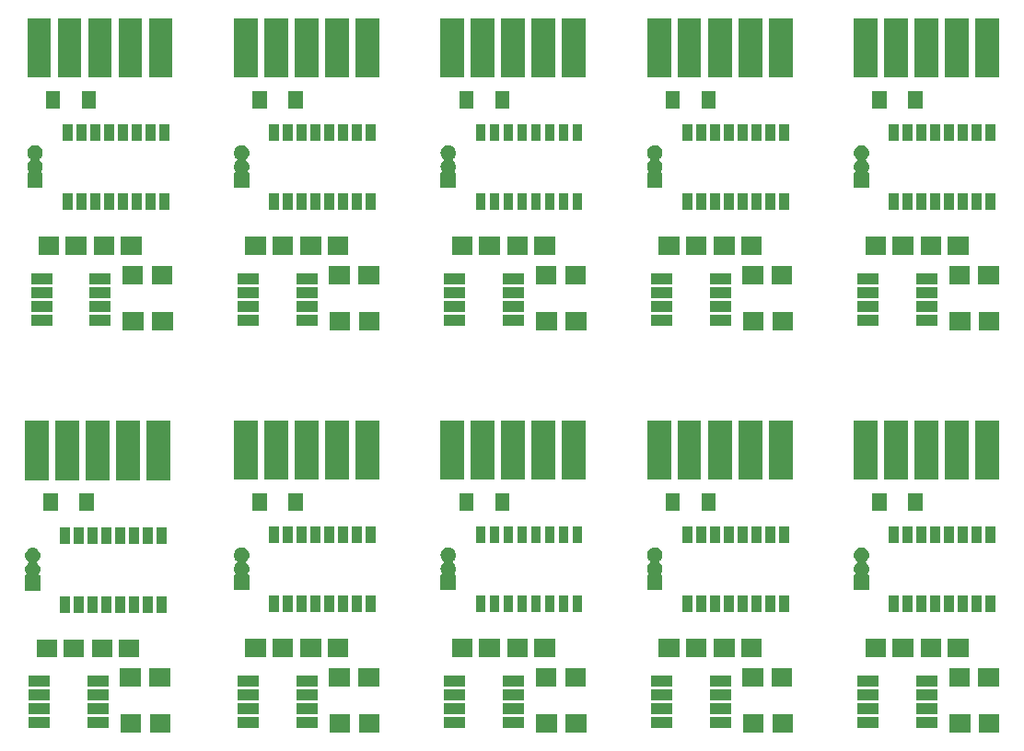
<source format=gts>
%MOIN*%
%OFA0B0*%
%FSLAX46Y46*%
%IPPOS*%
%LPD*%
%ADD10C,0.0039370078740157488*%
%ADD21C,0.0039370078740157488*%
%ADD22C,0.0039370078740157488*%
%ADD23C,0.0039370078740157488*%
%ADD24C,0.0039370078740157488*%
%ADD25C,0.0039370078740157488*%
%ADD26C,0.0039370078740157488*%
%ADD27C,0.0039370078740157488*%
%ADD28C,0.0039370078740157488*%
%ADD29C,0.0039370078740157488*%
G01G01*
D10*
G36*
X0000602051Y0000213035D02*
X0000527248Y0000213035D01*
X0000527248Y0000279964D01*
X0000602051Y0000279964D01*
X0000602051Y0000213035D01*
X0000602051Y0000213035D01*
G37*
G36*
X0000495752Y0000213035D02*
X0000420948Y0000213035D01*
X0000420948Y0000279964D01*
X0000495752Y0000279964D01*
X0000495752Y0000213035D01*
X0000495752Y0000213035D01*
G37*
G36*
X0000164586Y0000228815D02*
X0000087815Y0000228815D01*
X0000087815Y0000268185D01*
X0000164586Y0000268185D01*
X0000164586Y0000228815D01*
X0000164586Y0000228815D01*
G37*
G36*
X0000377185Y0000228815D02*
X0000300413Y0000228815D01*
X0000300413Y0000268185D01*
X0000377185Y0000268185D01*
X0000377185Y0000228815D01*
X0000377185Y0000228815D01*
G37*
G36*
X0000377185Y0000278815D02*
X0000300413Y0000278815D01*
X0000300413Y0000318185D01*
X0000377185Y0000318185D01*
X0000377185Y0000278815D01*
X0000377185Y0000278815D01*
G37*
G36*
X0000164586Y0000278815D02*
X0000087815Y0000278815D01*
X0000087815Y0000318185D01*
X0000164586Y0000318185D01*
X0000164586Y0000278815D01*
X0000164586Y0000278815D01*
G37*
G36*
X0000164586Y0000328815D02*
X0000087815Y0000328815D01*
X0000087815Y0000368185D01*
X0000164586Y0000368185D01*
X0000164586Y0000328815D01*
X0000164586Y0000328815D01*
G37*
G36*
X0000377185Y0000328815D02*
X0000300413Y0000328815D01*
X0000300413Y0000368185D01*
X0000377185Y0000368185D01*
X0000377185Y0000328815D01*
X0000377185Y0000328815D01*
G37*
G36*
X0000164586Y0000378815D02*
X0000087815Y0000378815D01*
X0000087815Y0000418185D01*
X0000164586Y0000418185D01*
X0000164586Y0000378815D01*
X0000164586Y0000378815D01*
G37*
G36*
X0000377185Y0000378815D02*
X0000300413Y0000378815D01*
X0000300413Y0000418185D01*
X0000377185Y0000418185D01*
X0000377185Y0000378815D01*
X0000377185Y0000378815D01*
G37*
G36*
X0000493752Y0000379035D02*
X0000418948Y0000379035D01*
X0000418948Y0000445964D01*
X0000493752Y0000445964D01*
X0000493752Y0000379035D01*
X0000493752Y0000379035D01*
G37*
G36*
X0000600051Y0000379035D02*
X0000525248Y0000379035D01*
X0000525248Y0000445964D01*
X0000600051Y0000445964D01*
X0000600051Y0000379035D01*
X0000600051Y0000379035D01*
G37*
G36*
X0000489114Y0000486019D02*
X0000414311Y0000486019D01*
X0000414311Y0000550980D01*
X0000489114Y0000550980D01*
X0000489114Y0000486019D01*
X0000489114Y0000486019D01*
G37*
G36*
X0000190689Y0000486019D02*
X0000115885Y0000486019D01*
X0000115885Y0000550980D01*
X0000190689Y0000550980D01*
X0000190689Y0000486019D01*
X0000190689Y0000486019D01*
G37*
G36*
X0000289114Y0000486019D02*
X0000214311Y0000486019D01*
X0000214311Y0000550980D01*
X0000289114Y0000550980D01*
X0000289114Y0000486019D01*
X0000289114Y0000486019D01*
G37*
G36*
X0000390689Y0000486019D02*
X0000315885Y0000486019D01*
X0000315885Y0000550980D01*
X0000390689Y0000550980D01*
X0000390689Y0000486019D01*
X0000390689Y0000486019D01*
G37*
G36*
X0000487874Y0000647126D02*
X0000452126Y0000647126D01*
X0000452126Y0000707874D01*
X0000487874Y0000707874D01*
X0000487874Y0000647126D01*
X0000487874Y0000647126D01*
G37*
G36*
X0000537874Y0000647126D02*
X0000502126Y0000647126D01*
X0000502126Y0000707874D01*
X0000537874Y0000707874D01*
X0000537874Y0000647126D01*
X0000537874Y0000647126D01*
G37*
G36*
X0000587874Y0000647126D02*
X0000552126Y0000647126D01*
X0000552126Y0000707874D01*
X0000587874Y0000707874D01*
X0000587874Y0000647126D01*
X0000587874Y0000647126D01*
G37*
G36*
X0000237874Y0000647126D02*
X0000202126Y0000647126D01*
X0000202126Y0000707874D01*
X0000237874Y0000707874D01*
X0000237874Y0000647126D01*
X0000237874Y0000647126D01*
G37*
G36*
X0000337874Y0000647126D02*
X0000302126Y0000647126D01*
X0000302126Y0000707874D01*
X0000337874Y0000707874D01*
X0000337874Y0000647126D01*
X0000337874Y0000647126D01*
G37*
G36*
X0000437874Y0000647126D02*
X0000402126Y0000647126D01*
X0000402126Y0000707874D01*
X0000437874Y0000707874D01*
X0000437874Y0000647126D01*
X0000437874Y0000647126D01*
G37*
G36*
X0000287874Y0000647126D02*
X0000252126Y0000647126D01*
X0000252126Y0000707874D01*
X0000287874Y0000707874D01*
X0000287874Y0000647126D01*
X0000287874Y0000647126D01*
G37*
G36*
X0000387874Y0000647126D02*
X0000352126Y0000647126D01*
X0000352126Y0000707874D01*
X0000387874Y0000707874D01*
X0000387874Y0000647126D01*
X0000387874Y0000647126D01*
G37*
G36*
X0000107902Y0000882160D02*
X0000113097Y0000880584D01*
X0000117885Y0000878025D01*
X0000122081Y0000874581D01*
X0000125525Y0000870385D01*
X0000128084Y0000865597D01*
X0000129660Y0000860402D01*
X0000130192Y0000855000D01*
X0000129660Y0000849597D01*
X0000128084Y0000844402D01*
X0000125525Y0000839615D01*
X0000122081Y0000835418D01*
X0000120114Y0000833804D01*
X0000119432Y0000833122D01*
X0000118896Y0000832320D01*
X0000118527Y0000831428D01*
X0000118338Y0000830482D01*
X0000118338Y0000829517D01*
X0000118527Y0000828571D01*
X0000118896Y0000827680D01*
X0000119432Y0000826878D01*
X0000120114Y0000826196D01*
X0000122081Y0000824581D01*
X0000125525Y0000820385D01*
X0000128084Y0000815597D01*
X0000129660Y0000810402D01*
X0000130192Y0000805000D01*
X0000129660Y0000799597D01*
X0000128084Y0000794402D01*
X0000128084Y0000794402D01*
X0000125624Y0000789800D01*
X0000125255Y0000788909D01*
X0000125067Y0000787962D01*
X0000125067Y0000786998D01*
X0000125255Y0000786051D01*
X0000125624Y0000785160D01*
X0000126160Y0000784358D01*
X0000126842Y0000783676D01*
X0000127644Y0000783140D01*
X0000128536Y0000782771D01*
X0000129964Y0000782559D01*
X0000130059Y0000782559D01*
X0000130059Y0000727441D01*
X0000074941Y0000727441D01*
X0000074941Y0000782559D01*
X0000075035Y0000782559D01*
X0000075995Y0000782653D01*
X0000076918Y0000782933D01*
X0000077769Y0000783388D01*
X0000078515Y0000784000D01*
X0000079127Y0000784746D01*
X0000079582Y0000785597D01*
X0000079862Y0000786520D01*
X0000079956Y0000787480D01*
X0000079862Y0000788440D01*
X0000079375Y0000789800D01*
X0000076915Y0000794402D01*
X0000076915Y0000794402D01*
X0000075339Y0000799597D01*
X0000074807Y0000805000D01*
X0000075339Y0000810402D01*
X0000076915Y0000815597D01*
X0000079474Y0000820385D01*
X0000082918Y0000824581D01*
X0000084885Y0000826196D01*
X0000085567Y0000826878D01*
X0000086103Y0000827680D01*
X0000086473Y0000828571D01*
X0000086661Y0000829517D01*
X0000086661Y0000830482D01*
X0000086473Y0000831428D01*
X0000086103Y0000832320D01*
X0000085567Y0000833122D01*
X0000084885Y0000833804D01*
X0000082918Y0000835418D01*
X0000079474Y0000839615D01*
X0000076915Y0000844402D01*
X0000075339Y0000849597D01*
X0000074807Y0000855000D01*
X0000075339Y0000860402D01*
X0000076915Y0000865597D01*
X0000079474Y0000870385D01*
X0000082918Y0000874581D01*
X0000087115Y0000878025D01*
X0000091902Y0000880584D01*
X0000097097Y0000882160D01*
X0000101146Y0000882559D01*
X0000103854Y0000882559D01*
X0000107902Y0000882160D01*
X0000107902Y0000882160D01*
G37*
G36*
X0000437874Y0000897126D02*
X0000402126Y0000897126D01*
X0000402126Y0000957874D01*
X0000437874Y0000957874D01*
X0000437874Y0000897126D01*
X0000437874Y0000897126D01*
G37*
G36*
X0000237874Y0000897126D02*
X0000202126Y0000897126D01*
X0000202126Y0000957874D01*
X0000237874Y0000957874D01*
X0000237874Y0000897126D01*
X0000237874Y0000897126D01*
G37*
G36*
X0000387874Y0000897126D02*
X0000352126Y0000897126D01*
X0000352126Y0000957874D01*
X0000387874Y0000957874D01*
X0000387874Y0000897126D01*
X0000387874Y0000897126D01*
G37*
G36*
X0000487874Y0000897126D02*
X0000452126Y0000897126D01*
X0000452126Y0000957874D01*
X0000487874Y0000957874D01*
X0000487874Y0000897126D01*
X0000487874Y0000897126D01*
G37*
G36*
X0000587874Y0000897126D02*
X0000552126Y0000897126D01*
X0000552126Y0000957874D01*
X0000587874Y0000957874D01*
X0000587874Y0000897126D01*
X0000587874Y0000897126D01*
G37*
G36*
X0000537874Y0000897126D02*
X0000502126Y0000897126D01*
X0000502126Y0000957874D01*
X0000537874Y0000957874D01*
X0000537874Y0000897126D01*
X0000537874Y0000897126D01*
G37*
G36*
X0000337874Y0000897126D02*
X0000302126Y0000897126D01*
X0000302126Y0000957874D01*
X0000337874Y0000957874D01*
X0000337874Y0000897126D01*
X0000337874Y0000897126D01*
G37*
G36*
X0000287874Y0000897126D02*
X0000252126Y0000897126D01*
X0000252126Y0000957874D01*
X0000287874Y0000957874D01*
X0000287874Y0000897126D01*
X0000287874Y0000897126D01*
G37*
G36*
X0000323051Y0001016004D02*
X0000271870Y0001016004D01*
X0000271870Y0001078996D01*
X0000323051Y0001078996D01*
X0000323051Y0001016004D01*
X0000323051Y0001016004D01*
G37*
G36*
X0000193130Y0001016004D02*
X0000141948Y0001016004D01*
X0000141948Y0001078996D01*
X0000193130Y0001078996D01*
X0000193130Y0001016004D01*
X0000193130Y0001016004D01*
G37*
G36*
X0000490256Y0001127126D02*
X0000404429Y0001127126D01*
X0000404429Y0001342874D01*
X0000490256Y0001342874D01*
X0000490256Y0001127126D01*
X0000490256Y0001127126D01*
G37*
G36*
X0000600492Y0001127126D02*
X0000514665Y0001127126D01*
X0000514665Y0001342874D01*
X0000600492Y0001342874D01*
X0000600492Y0001127126D01*
X0000600492Y0001127126D01*
G37*
G36*
X0000160334Y0001127126D02*
X0000074507Y0001127126D01*
X0000074507Y0001342874D01*
X0000160334Y0001342874D01*
X0000160334Y0001127126D01*
X0000160334Y0001127126D01*
G37*
G36*
X0000270177Y0001127126D02*
X0000184350Y0001127126D01*
X0000184350Y0001342874D01*
X0000270177Y0001342874D01*
X0000270177Y0001127126D01*
X0000270177Y0001127126D01*
G37*
G36*
X0000380413Y0001127126D02*
X0000294586Y0001127126D01*
X0000294586Y0001342874D01*
X0000380413Y0001342874D01*
X0000380413Y0001127126D01*
X0000380413Y0001127126D01*
G37*
G04 next file*
G04 #@! TF.GenerationSoftware,KiCad,Pcbnew,(5.0.2)-1*
G04 #@! TF.CreationDate,2019-07-10T16:32:42+02:00*
G04 #@! TF.ProjectId,joystick tester systest,6a6f7973-7469-4636-9b20-746573746572,rev?*
G04 #@! TF.SameCoordinates,Original*
G04 #@! TF.FileFunction,Soldermask,Top*
G04 #@! TF.FilePolarity,Negative*
G04 Gerber Fmt 4.6, Leading zero omitted, Abs format (unit mm)*
G04 Created by KiCad (PCBNEW (5.0.2)-1) date 10-7-2019 16:32:42*
G01G01*
G04 APERTURE LIST*
G04 APERTURE END LIST*
D21*
G36*
X0000610259Y0001670968D02*
X0000535456Y0001670968D01*
X0000535456Y0001737897D01*
X0000610259Y0001737897D01*
X0000610259Y0001670968D01*
X0000610259Y0001670968D01*
G37*
G36*
X0000503960Y0001670968D02*
X0000429157Y0001670968D01*
X0000429157Y0001737897D01*
X0000503960Y0001737897D01*
X0000503960Y0001670968D01*
X0000503960Y0001670968D01*
G37*
G36*
X0000172795Y0001686748D02*
X0000096023Y0001686748D01*
X0000096023Y0001726118D01*
X0000172795Y0001726118D01*
X0000172795Y0001686748D01*
X0000172795Y0001686748D01*
G37*
G36*
X0000385393Y0001686748D02*
X0000308622Y0001686748D01*
X0000308622Y0001726118D01*
X0000385393Y0001726118D01*
X0000385393Y0001686748D01*
X0000385393Y0001686748D01*
G37*
G36*
X0000385393Y0001736748D02*
X0000308622Y0001736748D01*
X0000308622Y0001776118D01*
X0000385393Y0001776118D01*
X0000385393Y0001736748D01*
X0000385393Y0001736748D01*
G37*
G36*
X0000172795Y0001736748D02*
X0000096023Y0001736748D01*
X0000096023Y0001776118D01*
X0000172795Y0001776118D01*
X0000172795Y0001736748D01*
X0000172795Y0001736748D01*
G37*
G36*
X0000172795Y0001786747D02*
X0000096023Y0001786747D01*
X0000096023Y0001826118D01*
X0000172795Y0001826118D01*
X0000172795Y0001786747D01*
X0000172795Y0001786747D01*
G37*
G36*
X0000385393Y0001786747D02*
X0000308622Y0001786747D01*
X0000308622Y0001826118D01*
X0000385393Y0001826118D01*
X0000385393Y0001786747D01*
X0000385393Y0001786747D01*
G37*
G36*
X0000172795Y0001836748D02*
X0000096023Y0001836748D01*
X0000096023Y0001876118D01*
X0000172795Y0001876118D01*
X0000172795Y0001836748D01*
X0000172795Y0001836748D01*
G37*
G36*
X0000385393Y0001836748D02*
X0000308622Y0001836748D01*
X0000308622Y0001876118D01*
X0000385393Y0001876118D01*
X0000385393Y0001836748D01*
X0000385393Y0001836748D01*
G37*
G36*
X0000501960Y0001836968D02*
X0000427157Y0001836968D01*
X0000427157Y0001903897D01*
X0000501960Y0001903897D01*
X0000501960Y0001836968D01*
X0000501960Y0001836968D01*
G37*
G36*
X0000608259Y0001836968D02*
X0000533456Y0001836968D01*
X0000533456Y0001903897D01*
X0000608259Y0001903897D01*
X0000608259Y0001836968D01*
X0000608259Y0001836968D01*
G37*
G36*
X0000497322Y0001943952D02*
X0000422519Y0001943952D01*
X0000422519Y0002008913D01*
X0000497322Y0002008913D01*
X0000497322Y0001943952D01*
X0000497322Y0001943952D01*
G37*
G36*
X0000198897Y0001943952D02*
X0000124094Y0001943952D01*
X0000124094Y0002008913D01*
X0000198897Y0002008913D01*
X0000198897Y0001943952D01*
X0000198897Y0001943952D01*
G37*
G36*
X0000297322Y0001943952D02*
X0000222519Y0001943952D01*
X0000222519Y0002008913D01*
X0000297322Y0002008913D01*
X0000297322Y0001943952D01*
X0000297322Y0001943952D01*
G37*
G36*
X0000398897Y0001943952D02*
X0000324094Y0001943952D01*
X0000324094Y0002008913D01*
X0000398897Y0002008913D01*
X0000398897Y0001943952D01*
X0000398897Y0001943952D01*
G37*
G36*
X0000496082Y0002105059D02*
X0000460334Y0002105059D01*
X0000460334Y0002165807D01*
X0000496082Y0002165807D01*
X0000496082Y0002105059D01*
X0000496082Y0002105059D01*
G37*
G36*
X0000546082Y0002105059D02*
X0000510334Y0002105059D01*
X0000510334Y0002165807D01*
X0000546082Y0002165807D01*
X0000546082Y0002105059D01*
X0000546082Y0002105059D01*
G37*
G36*
X0000596082Y0002105059D02*
X0000560334Y0002105059D01*
X0000560334Y0002165807D01*
X0000596082Y0002165807D01*
X0000596082Y0002105059D01*
X0000596082Y0002105059D01*
G37*
G36*
X0000246082Y0002105059D02*
X0000210334Y0002105059D01*
X0000210334Y0002165807D01*
X0000246082Y0002165807D01*
X0000246082Y0002105059D01*
X0000246082Y0002105059D01*
G37*
G36*
X0000346082Y0002105059D02*
X0000310334Y0002105059D01*
X0000310334Y0002165807D01*
X0000346082Y0002165807D01*
X0000346082Y0002105059D01*
X0000346082Y0002105059D01*
G37*
G36*
X0000446082Y0002105059D02*
X0000410334Y0002105059D01*
X0000410334Y0002165807D01*
X0000446082Y0002165807D01*
X0000446082Y0002105059D01*
X0000446082Y0002105059D01*
G37*
G36*
X0000296082Y0002105059D02*
X0000260334Y0002105059D01*
X0000260334Y0002165807D01*
X0000296082Y0002165807D01*
X0000296082Y0002105059D01*
X0000296082Y0002105059D01*
G37*
G36*
X0000396082Y0002105059D02*
X0000360334Y0002105059D01*
X0000360334Y0002165807D01*
X0000396082Y0002165807D01*
X0000396082Y0002105059D01*
X0000396082Y0002105059D01*
G37*
G36*
X0000116111Y0002340093D02*
X0000121306Y0002338517D01*
X0000126093Y0002335958D01*
X0000130290Y0002332514D01*
X0000133734Y0002328318D01*
X0000136293Y0002323530D01*
X0000137868Y0002318335D01*
X0000138401Y0002312933D01*
X0000137868Y0002307530D01*
X0000136293Y0002302335D01*
X0000133734Y0002297547D01*
X0000130290Y0002293351D01*
X0000128322Y0002291737D01*
X0000127640Y0002291055D01*
X0000127104Y0002290252D01*
X0000126735Y0002289361D01*
X0000126547Y0002288415D01*
X0000126547Y0002287450D01*
X0000126735Y0002286504D01*
X0000127104Y0002285613D01*
X0000127640Y0002284811D01*
X0000128322Y0002284129D01*
X0000130290Y0002282514D01*
X0000133734Y0002278318D01*
X0000136293Y0002273530D01*
X0000137868Y0002268335D01*
X0000138401Y0002262933D01*
X0000137868Y0002257530D01*
X0000136293Y0002252335D01*
X0000136292Y0002252335D01*
X0000133833Y0002247733D01*
X0000133463Y0002246841D01*
X0000133275Y0002245895D01*
X0000133275Y0002244930D01*
X0000133463Y0002243984D01*
X0000133833Y0002243093D01*
X0000134369Y0002242291D01*
X0000135051Y0002241609D01*
X0000135853Y0002241073D01*
X0000136744Y0002240704D01*
X0000138173Y0002240492D01*
X0000138267Y0002240492D01*
X0000138267Y0002185374D01*
X0000083149Y0002185374D01*
X0000083149Y0002240492D01*
X0000083244Y0002240492D01*
X0000084204Y0002240586D01*
X0000085127Y0002240866D01*
X0000085978Y0002241321D01*
X0000086723Y0002241933D01*
X0000087335Y0002242679D01*
X0000087790Y0002243530D01*
X0000088070Y0002244453D01*
X0000088165Y0002245413D01*
X0000088070Y0002246373D01*
X0000087584Y0002247733D01*
X0000085124Y0002252335D01*
X0000085124Y0002252335D01*
X0000083548Y0002257530D01*
X0000083016Y0002262933D01*
X0000083548Y0002268335D01*
X0000085124Y0002273530D01*
X0000087683Y0002278318D01*
X0000091127Y0002282514D01*
X0000093094Y0002284129D01*
X0000093776Y0002284811D01*
X0000094312Y0002285613D01*
X0000094681Y0002286504D01*
X0000094869Y0002287450D01*
X0000094869Y0002288415D01*
X0000094681Y0002289361D01*
X0000094312Y0002290252D01*
X0000093776Y0002291055D01*
X0000093094Y0002291737D01*
X0000091127Y0002293351D01*
X0000087683Y0002297547D01*
X0000085124Y0002302335D01*
X0000083548Y0002307530D01*
X0000083016Y0002312933D01*
X0000083548Y0002318335D01*
X0000085124Y0002323530D01*
X0000087683Y0002328318D01*
X0000091127Y0002332514D01*
X0000095323Y0002335958D01*
X0000100111Y0002338517D01*
X0000105306Y0002340093D01*
X0000109354Y0002340492D01*
X0000112062Y0002340492D01*
X0000116111Y0002340093D01*
X0000116111Y0002340093D01*
G37*
G36*
X0000446082Y0002355059D02*
X0000410334Y0002355059D01*
X0000410334Y0002415807D01*
X0000446082Y0002415807D01*
X0000446082Y0002355059D01*
X0000446082Y0002355059D01*
G37*
G36*
X0000246082Y0002355059D02*
X0000210334Y0002355059D01*
X0000210334Y0002415807D01*
X0000246082Y0002415807D01*
X0000246082Y0002355059D01*
X0000246082Y0002355059D01*
G37*
G36*
X0000396082Y0002355059D02*
X0000360334Y0002355059D01*
X0000360334Y0002415807D01*
X0000396082Y0002415807D01*
X0000396082Y0002355059D01*
X0000396082Y0002355059D01*
G37*
G36*
X0000496082Y0002355059D02*
X0000460334Y0002355059D01*
X0000460334Y0002415807D01*
X0000496082Y0002415807D01*
X0000496082Y0002355059D01*
X0000496082Y0002355059D01*
G37*
G36*
X0000596082Y0002355059D02*
X0000560334Y0002355059D01*
X0000560334Y0002415807D01*
X0000596082Y0002415807D01*
X0000596082Y0002355059D01*
X0000596082Y0002355059D01*
G37*
G36*
X0000546082Y0002355059D02*
X0000510334Y0002355059D01*
X0000510334Y0002415807D01*
X0000546082Y0002415807D01*
X0000546082Y0002355059D01*
X0000546082Y0002355059D01*
G37*
G36*
X0000346082Y0002355059D02*
X0000310334Y0002355059D01*
X0000310334Y0002415807D01*
X0000346082Y0002415807D01*
X0000346082Y0002355059D01*
X0000346082Y0002355059D01*
G37*
G36*
X0000296082Y0002355059D02*
X0000260334Y0002355059D01*
X0000260334Y0002415807D01*
X0000296082Y0002415807D01*
X0000296082Y0002355059D01*
X0000296082Y0002355059D01*
G37*
G36*
X0000331259Y0002473936D02*
X0000280078Y0002473936D01*
X0000280078Y0002536929D01*
X0000331259Y0002536929D01*
X0000331259Y0002473936D01*
X0000331259Y0002473936D01*
G37*
G36*
X0000201338Y0002473936D02*
X0000150157Y0002473936D01*
X0000150157Y0002536929D01*
X0000201338Y0002536929D01*
X0000201338Y0002473936D01*
X0000201338Y0002473936D01*
G37*
G36*
X0000498464Y0002585059D02*
X0000412637Y0002585059D01*
X0000412637Y0002800807D01*
X0000498464Y0002800807D01*
X0000498464Y0002585059D01*
X0000498464Y0002585059D01*
G37*
G36*
X0000608700Y0002585059D02*
X0000522874Y0002585059D01*
X0000522874Y0002800807D01*
X0000608700Y0002800807D01*
X0000608700Y0002585059D01*
X0000608700Y0002585059D01*
G37*
G36*
X0000168543Y0002585059D02*
X0000082716Y0002585059D01*
X0000082716Y0002800807D01*
X0000168543Y0002800807D01*
X0000168543Y0002585059D01*
X0000168543Y0002585059D01*
G37*
G36*
X0000278385Y0002585059D02*
X0000192559Y0002585059D01*
X0000192559Y0002800807D01*
X0000278385Y0002800807D01*
X0000278385Y0002585059D01*
X0000278385Y0002585059D01*
G37*
G36*
X0000388622Y0002585059D02*
X0000302795Y0002585059D01*
X0000302795Y0002800807D01*
X0000388622Y0002800807D01*
X0000388622Y0002585059D01*
X0000388622Y0002585059D01*
G37*
G04 next file*
G04 #@! TF.GenerationSoftware,KiCad,Pcbnew,(5.0.2)-1*
G04 #@! TF.CreationDate,2019-07-10T16:32:42+02:00*
G04 #@! TF.ProjectId,joystick tester systest,6a6f7973-7469-4636-9b20-746573746572,rev?*
G04 #@! TF.SameCoordinates,Original*
G04 #@! TF.FileFunction,Soldermask,Top*
G04 #@! TF.FilePolarity,Negative*
G04 Gerber Fmt 4.6, Leading zero omitted, Abs format (unit mm)*
G04 Created by KiCad (PCBNEW (5.0.2)-1) date 10-7-2019 16:32:42*
G01G01*
G04 APERTURE LIST*
G04 APERTURE END LIST*
D22*
G36*
X0001358291Y0000214275D02*
X0001283488Y0000214275D01*
X0001283488Y0000281204D01*
X0001358291Y0000281204D01*
X0001358291Y0000214275D01*
X0001358291Y0000214275D01*
G37*
G36*
X0001251992Y0000214275D02*
X0001177188Y0000214275D01*
X0001177188Y0000281204D01*
X0001251992Y0000281204D01*
X0001251992Y0000214275D01*
X0001251992Y0000214275D01*
G37*
G36*
X0000920826Y0000230055D02*
X0000844055Y0000230055D01*
X0000844055Y0000269425D01*
X0000920826Y0000269425D01*
X0000920826Y0000230055D01*
X0000920826Y0000230055D01*
G37*
G36*
X0001133425Y0000230055D02*
X0001056653Y0000230055D01*
X0001056653Y0000269425D01*
X0001133425Y0000269425D01*
X0001133425Y0000230055D01*
X0001133425Y0000230055D01*
G37*
G36*
X0001133425Y0000280055D02*
X0001056653Y0000280055D01*
X0001056653Y0000319425D01*
X0001133425Y0000319425D01*
X0001133425Y0000280055D01*
X0001133425Y0000280055D01*
G37*
G36*
X0000920826Y0000280055D02*
X0000844055Y0000280055D01*
X0000844055Y0000319425D01*
X0000920826Y0000319425D01*
X0000920826Y0000280055D01*
X0000920826Y0000280055D01*
G37*
G36*
X0000920826Y0000330055D02*
X0000844055Y0000330055D01*
X0000844055Y0000369425D01*
X0000920826Y0000369425D01*
X0000920826Y0000330055D01*
X0000920826Y0000330055D01*
G37*
G36*
X0001133425Y0000330055D02*
X0001056653Y0000330055D01*
X0001056653Y0000369425D01*
X0001133425Y0000369425D01*
X0001133425Y0000330055D01*
X0001133425Y0000330055D01*
G37*
G36*
X0000920826Y0000380055D02*
X0000844055Y0000380055D01*
X0000844055Y0000419425D01*
X0000920826Y0000419425D01*
X0000920826Y0000380055D01*
X0000920826Y0000380055D01*
G37*
G36*
X0001133425Y0000380055D02*
X0001056653Y0000380055D01*
X0001056653Y0000419425D01*
X0001133425Y0000419425D01*
X0001133425Y0000380055D01*
X0001133425Y0000380055D01*
G37*
G36*
X0001249992Y0000380275D02*
X0001175188Y0000380275D01*
X0001175188Y0000447204D01*
X0001249992Y0000447204D01*
X0001249992Y0000380275D01*
X0001249992Y0000380275D01*
G37*
G36*
X0001356291Y0000380275D02*
X0001281488Y0000380275D01*
X0001281488Y0000447204D01*
X0001356291Y0000447204D01*
X0001356291Y0000380275D01*
X0001356291Y0000380275D01*
G37*
G36*
X0001245354Y0000487259D02*
X0001170551Y0000487259D01*
X0001170551Y0000552220D01*
X0001245354Y0000552220D01*
X0001245354Y0000487259D01*
X0001245354Y0000487259D01*
G37*
G36*
X0000946929Y0000487259D02*
X0000872125Y0000487259D01*
X0000872125Y0000552220D01*
X0000946929Y0000552220D01*
X0000946929Y0000487259D01*
X0000946929Y0000487259D01*
G37*
G36*
X0001045354Y0000487259D02*
X0000970551Y0000487259D01*
X0000970551Y0000552220D01*
X0001045354Y0000552220D01*
X0001045354Y0000487259D01*
X0001045354Y0000487259D01*
G37*
G36*
X0001146929Y0000487259D02*
X0001072125Y0000487259D01*
X0001072125Y0000552220D01*
X0001146929Y0000552220D01*
X0001146929Y0000487259D01*
X0001146929Y0000487259D01*
G37*
G36*
X0001244114Y0000648366D02*
X0001208366Y0000648366D01*
X0001208366Y0000709114D01*
X0001244114Y0000709114D01*
X0001244114Y0000648366D01*
X0001244114Y0000648366D01*
G37*
G36*
X0001294114Y0000648366D02*
X0001258366Y0000648366D01*
X0001258366Y0000709114D01*
X0001294114Y0000709114D01*
X0001294114Y0000648366D01*
X0001294114Y0000648366D01*
G37*
G36*
X0001344114Y0000648366D02*
X0001308366Y0000648366D01*
X0001308366Y0000709114D01*
X0001344114Y0000709114D01*
X0001344114Y0000648366D01*
X0001344114Y0000648366D01*
G37*
G36*
X0000994114Y0000648366D02*
X0000958366Y0000648366D01*
X0000958366Y0000709114D01*
X0000994114Y0000709114D01*
X0000994114Y0000648366D01*
X0000994114Y0000648366D01*
G37*
G36*
X0001094114Y0000648366D02*
X0001058366Y0000648366D01*
X0001058366Y0000709114D01*
X0001094114Y0000709114D01*
X0001094114Y0000648366D01*
X0001094114Y0000648366D01*
G37*
G36*
X0001194114Y0000648366D02*
X0001158366Y0000648366D01*
X0001158366Y0000709114D01*
X0001194114Y0000709114D01*
X0001194114Y0000648366D01*
X0001194114Y0000648366D01*
G37*
G36*
X0001044114Y0000648366D02*
X0001008366Y0000648366D01*
X0001008366Y0000709114D01*
X0001044114Y0000709114D01*
X0001044114Y0000648366D01*
X0001044114Y0000648366D01*
G37*
G36*
X0001144114Y0000648366D02*
X0001108366Y0000648366D01*
X0001108366Y0000709114D01*
X0001144114Y0000709114D01*
X0001144114Y0000648366D01*
X0001144114Y0000648366D01*
G37*
G36*
X0000864142Y0000883400D02*
X0000869337Y0000881824D01*
X0000874125Y0000879265D01*
X0000878321Y0000875821D01*
X0000881765Y0000871625D01*
X0000884324Y0000866837D01*
X0000885900Y0000861642D01*
X0000886432Y0000856240D01*
X0000885900Y0000850837D01*
X0000884324Y0000845642D01*
X0000881765Y0000840855D01*
X0000878321Y0000836658D01*
X0000876354Y0000835044D01*
X0000875672Y0000834362D01*
X0000875136Y0000833560D01*
X0000874767Y0000832668D01*
X0000874578Y0000831722D01*
X0000874578Y0000830757D01*
X0000874767Y0000829811D01*
X0000875136Y0000828920D01*
X0000875672Y0000828118D01*
X0000876354Y0000827436D01*
X0000878321Y0000825821D01*
X0000881765Y0000821625D01*
X0000884324Y0000816837D01*
X0000885900Y0000811642D01*
X0000886432Y0000806240D01*
X0000885900Y0000800837D01*
X0000884324Y0000795642D01*
X0000884324Y0000795642D01*
X0000881864Y0000791040D01*
X0000881495Y0000790148D01*
X0000881307Y0000789202D01*
X0000881307Y0000788238D01*
X0000881495Y0000787291D01*
X0000881864Y0000786400D01*
X0000882400Y0000785598D01*
X0000883082Y0000784916D01*
X0000883884Y0000784380D01*
X0000884776Y0000784011D01*
X0000886204Y0000783799D01*
X0000886299Y0000783799D01*
X0000886299Y0000728681D01*
X0000831181Y0000728681D01*
X0000831181Y0000783799D01*
X0000831275Y0000783799D01*
X0000832235Y0000783893D01*
X0000833158Y0000784173D01*
X0000834009Y0000784628D01*
X0000834755Y0000785240D01*
X0000835367Y0000785986D01*
X0000835822Y0000786837D01*
X0000836102Y0000787760D01*
X0000836196Y0000788720D01*
X0000836102Y0000789680D01*
X0000835615Y0000791040D01*
X0000833155Y0000795642D01*
X0000833155Y0000795642D01*
X0000831579Y0000800837D01*
X0000831047Y0000806240D01*
X0000831579Y0000811642D01*
X0000833155Y0000816837D01*
X0000835714Y0000821625D01*
X0000839158Y0000825821D01*
X0000841125Y0000827436D01*
X0000841807Y0000828118D01*
X0000842343Y0000828920D01*
X0000842713Y0000829811D01*
X0000842901Y0000830757D01*
X0000842901Y0000831722D01*
X0000842713Y0000832668D01*
X0000842343Y0000833560D01*
X0000841807Y0000834362D01*
X0000841125Y0000835044D01*
X0000839158Y0000836658D01*
X0000835714Y0000840855D01*
X0000833155Y0000845642D01*
X0000831579Y0000850837D01*
X0000831047Y0000856240D01*
X0000831579Y0000861642D01*
X0000833155Y0000866837D01*
X0000835714Y0000871625D01*
X0000839158Y0000875821D01*
X0000843355Y0000879265D01*
X0000848142Y0000881824D01*
X0000853337Y0000883400D01*
X0000857386Y0000883799D01*
X0000860094Y0000883799D01*
X0000864142Y0000883400D01*
X0000864142Y0000883400D01*
G37*
G36*
X0001194114Y0000898366D02*
X0001158366Y0000898366D01*
X0001158366Y0000959114D01*
X0001194114Y0000959114D01*
X0001194114Y0000898366D01*
X0001194114Y0000898366D01*
G37*
G36*
X0000994114Y0000898366D02*
X0000958366Y0000898366D01*
X0000958366Y0000959114D01*
X0000994114Y0000959114D01*
X0000994114Y0000898366D01*
X0000994114Y0000898366D01*
G37*
G36*
X0001144114Y0000898366D02*
X0001108366Y0000898366D01*
X0001108366Y0000959114D01*
X0001144114Y0000959114D01*
X0001144114Y0000898366D01*
X0001144114Y0000898366D01*
G37*
G36*
X0001244114Y0000898366D02*
X0001208366Y0000898366D01*
X0001208366Y0000959114D01*
X0001244114Y0000959114D01*
X0001244114Y0000898366D01*
X0001244114Y0000898366D01*
G37*
G36*
X0001344114Y0000898366D02*
X0001308366Y0000898366D01*
X0001308366Y0000959114D01*
X0001344114Y0000959114D01*
X0001344114Y0000898366D01*
X0001344114Y0000898366D01*
G37*
G36*
X0001294114Y0000898366D02*
X0001258366Y0000898366D01*
X0001258366Y0000959114D01*
X0001294114Y0000959114D01*
X0001294114Y0000898366D01*
X0001294114Y0000898366D01*
G37*
G36*
X0001094114Y0000898366D02*
X0001058366Y0000898366D01*
X0001058366Y0000959114D01*
X0001094114Y0000959114D01*
X0001094114Y0000898366D01*
X0001094114Y0000898366D01*
G37*
G36*
X0001044114Y0000898366D02*
X0001008366Y0000898366D01*
X0001008366Y0000959114D01*
X0001044114Y0000959114D01*
X0001044114Y0000898366D01*
X0001044114Y0000898366D01*
G37*
G36*
X0001079291Y0001017244D02*
X0001028110Y0001017244D01*
X0001028110Y0001080236D01*
X0001079291Y0001080236D01*
X0001079291Y0001017244D01*
X0001079291Y0001017244D01*
G37*
G36*
X0000949370Y0001017244D02*
X0000898188Y0001017244D01*
X0000898188Y0001080236D01*
X0000949370Y0001080236D01*
X0000949370Y0001017244D01*
X0000949370Y0001017244D01*
G37*
G36*
X0001246496Y0001128366D02*
X0001160669Y0001128366D01*
X0001160669Y0001344114D01*
X0001246496Y0001344114D01*
X0001246496Y0001128366D01*
X0001246496Y0001128366D01*
G37*
G36*
X0001356732Y0001128366D02*
X0001270905Y0001128366D01*
X0001270905Y0001344114D01*
X0001356732Y0001344114D01*
X0001356732Y0001128366D01*
X0001356732Y0001128366D01*
G37*
G36*
X0000916574Y0001128366D02*
X0000830748Y0001128366D01*
X0000830748Y0001344114D01*
X0000916574Y0001344114D01*
X0000916574Y0001128366D01*
X0000916574Y0001128366D01*
G37*
G36*
X0001026417Y0001128366D02*
X0000940590Y0001128366D01*
X0000940590Y0001344114D01*
X0001026417Y0001344114D01*
X0001026417Y0001128366D01*
X0001026417Y0001128366D01*
G37*
G36*
X0001136653Y0001128366D02*
X0001050826Y0001128366D01*
X0001050826Y0001344114D01*
X0001136653Y0001344114D01*
X0001136653Y0001128366D01*
X0001136653Y0001128366D01*
G37*
G04 next file*
G04 #@! TF.GenerationSoftware,KiCad,Pcbnew,(5.0.2)-1*
G04 #@! TF.CreationDate,2019-07-10T16:32:42+02:00*
G04 #@! TF.ProjectId,joystick tester systest,6a6f7973-7469-4636-9b20-746573746572,rev?*
G04 #@! TF.SameCoordinates,Original*
G04 #@! TF.FileFunction,Soldermask,Top*
G04 #@! TF.FilePolarity,Negative*
G04 Gerber Fmt 4.6, Leading zero omitted, Abs format (unit mm)*
G04 Created by KiCad (PCBNEW (5.0.2)-1) date 10-7-2019 16:32:42*
G01G01*
G04 APERTURE LIST*
G04 APERTURE END LIST*
D23*
G36*
X0002106322Y0000214275D02*
X0002031519Y0000214275D01*
X0002031519Y0000281204D01*
X0002106322Y0000281204D01*
X0002106322Y0000214275D01*
X0002106322Y0000214275D01*
G37*
G36*
X0002000023Y0000214275D02*
X0001925220Y0000214275D01*
X0001925220Y0000281204D01*
X0002000023Y0000281204D01*
X0002000023Y0000214275D01*
X0002000023Y0000214275D01*
G37*
G36*
X0001668858Y0000230055D02*
X0001592086Y0000230055D01*
X0001592086Y0000269425D01*
X0001668858Y0000269425D01*
X0001668858Y0000230055D01*
X0001668858Y0000230055D01*
G37*
G36*
X0001881456Y0000230055D02*
X0001804685Y0000230055D01*
X0001804685Y0000269425D01*
X0001881456Y0000269425D01*
X0001881456Y0000230055D01*
X0001881456Y0000230055D01*
G37*
G36*
X0001881456Y0000280055D02*
X0001804685Y0000280055D01*
X0001804685Y0000319425D01*
X0001881456Y0000319425D01*
X0001881456Y0000280055D01*
X0001881456Y0000280055D01*
G37*
G36*
X0001668858Y0000280055D02*
X0001592086Y0000280055D01*
X0001592086Y0000319425D01*
X0001668858Y0000319425D01*
X0001668858Y0000280055D01*
X0001668858Y0000280055D01*
G37*
G36*
X0001668858Y0000330055D02*
X0001592086Y0000330055D01*
X0001592086Y0000369425D01*
X0001668858Y0000369425D01*
X0001668858Y0000330055D01*
X0001668858Y0000330055D01*
G37*
G36*
X0001881456Y0000330055D02*
X0001804685Y0000330055D01*
X0001804685Y0000369425D01*
X0001881456Y0000369425D01*
X0001881456Y0000330055D01*
X0001881456Y0000330055D01*
G37*
G36*
X0001668858Y0000380055D02*
X0001592086Y0000380055D01*
X0001592086Y0000419425D01*
X0001668858Y0000419425D01*
X0001668858Y0000380055D01*
X0001668858Y0000380055D01*
G37*
G36*
X0001881456Y0000380055D02*
X0001804685Y0000380055D01*
X0001804685Y0000419425D01*
X0001881456Y0000419425D01*
X0001881456Y0000380055D01*
X0001881456Y0000380055D01*
G37*
G36*
X0001998023Y0000380275D02*
X0001923220Y0000380275D01*
X0001923220Y0000447204D01*
X0001998023Y0000447204D01*
X0001998023Y0000380275D01*
X0001998023Y0000380275D01*
G37*
G36*
X0002104322Y0000380275D02*
X0002029519Y0000380275D01*
X0002029519Y0000447204D01*
X0002104322Y0000447204D01*
X0002104322Y0000380275D01*
X0002104322Y0000380275D01*
G37*
G36*
X0001993385Y0000487259D02*
X0001918582Y0000487259D01*
X0001918582Y0000552220D01*
X0001993385Y0000552220D01*
X0001993385Y0000487259D01*
X0001993385Y0000487259D01*
G37*
G36*
X0001694960Y0000487259D02*
X0001620157Y0000487259D01*
X0001620157Y0000552220D01*
X0001694960Y0000552220D01*
X0001694960Y0000487259D01*
X0001694960Y0000487259D01*
G37*
G36*
X0001793385Y0000487259D02*
X0001718582Y0000487259D01*
X0001718582Y0000552220D01*
X0001793385Y0000552220D01*
X0001793385Y0000487259D01*
X0001793385Y0000487259D01*
G37*
G36*
X0001894960Y0000487259D02*
X0001820157Y0000487259D01*
X0001820157Y0000552220D01*
X0001894960Y0000552220D01*
X0001894960Y0000487259D01*
X0001894960Y0000487259D01*
G37*
G36*
X0001992145Y0000648366D02*
X0001956397Y0000648366D01*
X0001956397Y0000709114D01*
X0001992145Y0000709114D01*
X0001992145Y0000648366D01*
X0001992145Y0000648366D01*
G37*
G36*
X0002042145Y0000648366D02*
X0002006397Y0000648366D01*
X0002006397Y0000709114D01*
X0002042145Y0000709114D01*
X0002042145Y0000648366D01*
X0002042145Y0000648366D01*
G37*
G36*
X0002092145Y0000648366D02*
X0002056397Y0000648366D01*
X0002056397Y0000709114D01*
X0002092145Y0000709114D01*
X0002092145Y0000648366D01*
X0002092145Y0000648366D01*
G37*
G36*
X0001742145Y0000648366D02*
X0001706397Y0000648366D01*
X0001706397Y0000709114D01*
X0001742145Y0000709114D01*
X0001742145Y0000648366D01*
X0001742145Y0000648366D01*
G37*
G36*
X0001842145Y0000648366D02*
X0001806397Y0000648366D01*
X0001806397Y0000709114D01*
X0001842145Y0000709114D01*
X0001842145Y0000648366D01*
X0001842145Y0000648366D01*
G37*
G36*
X0001942145Y0000648366D02*
X0001906397Y0000648366D01*
X0001906397Y0000709114D01*
X0001942145Y0000709114D01*
X0001942145Y0000648366D01*
X0001942145Y0000648366D01*
G37*
G36*
X0001792145Y0000648366D02*
X0001756397Y0000648366D01*
X0001756397Y0000709114D01*
X0001792145Y0000709114D01*
X0001792145Y0000648366D01*
X0001792145Y0000648366D01*
G37*
G36*
X0001892145Y0000648366D02*
X0001856397Y0000648366D01*
X0001856397Y0000709114D01*
X0001892145Y0000709114D01*
X0001892145Y0000648366D01*
X0001892145Y0000648366D01*
G37*
G36*
X0001612174Y0000883400D02*
X0001617369Y0000881824D01*
X0001622156Y0000879265D01*
X0001626353Y0000875821D01*
X0001629797Y0000871625D01*
X0001632356Y0000866837D01*
X0001633931Y0000861642D01*
X0001634464Y0000856240D01*
X0001633931Y0000850837D01*
X0001632356Y0000845642D01*
X0001629797Y0000840855D01*
X0001626353Y0000836658D01*
X0001624385Y0000835044D01*
X0001623703Y0000834362D01*
X0001623167Y0000833560D01*
X0001622798Y0000832668D01*
X0001622610Y0000831722D01*
X0001622610Y0000830757D01*
X0001622798Y0000829811D01*
X0001623167Y0000828920D01*
X0001623703Y0000828118D01*
X0001624385Y0000827436D01*
X0001626353Y0000825821D01*
X0001629797Y0000821625D01*
X0001632356Y0000816837D01*
X0001633931Y0000811642D01*
X0001634464Y0000806240D01*
X0001633931Y0000800837D01*
X0001632356Y0000795642D01*
X0001632355Y0000795642D01*
X0001629896Y0000791040D01*
X0001629526Y0000790148D01*
X0001629338Y0000789202D01*
X0001629338Y0000788238D01*
X0001629526Y0000787291D01*
X0001629896Y0000786400D01*
X0001630432Y0000785598D01*
X0001631114Y0000784916D01*
X0001631916Y0000784380D01*
X0001632807Y0000784011D01*
X0001634236Y0000783799D01*
X0001634330Y0000783799D01*
X0001634330Y0000728681D01*
X0001579212Y0000728681D01*
X0001579212Y0000783799D01*
X0001579307Y0000783799D01*
X0001580267Y0000783893D01*
X0001581190Y0000784173D01*
X0001582041Y0000784628D01*
X0001582786Y0000785240D01*
X0001583398Y0000785986D01*
X0001583853Y0000786837D01*
X0001584133Y0000787760D01*
X0001584228Y0000788720D01*
X0001584133Y0000789680D01*
X0001583647Y0000791040D01*
X0001581187Y0000795642D01*
X0001581187Y0000795642D01*
X0001579611Y0000800837D01*
X0001579079Y0000806240D01*
X0001579611Y0000811642D01*
X0001581187Y0000816837D01*
X0001583746Y0000821625D01*
X0001587190Y0000825821D01*
X0001589157Y0000827436D01*
X0001589839Y0000828118D01*
X0001590375Y0000828920D01*
X0001590744Y0000829811D01*
X0001590932Y0000830757D01*
X0001590932Y0000831722D01*
X0001590744Y0000832668D01*
X0001590375Y0000833560D01*
X0001589839Y0000834362D01*
X0001589157Y0000835044D01*
X0001587190Y0000836658D01*
X0001583746Y0000840855D01*
X0001581187Y0000845642D01*
X0001579611Y0000850837D01*
X0001579079Y0000856240D01*
X0001579611Y0000861642D01*
X0001581187Y0000866837D01*
X0001583746Y0000871625D01*
X0001587190Y0000875821D01*
X0001591386Y0000879265D01*
X0001596174Y0000881824D01*
X0001601369Y0000883400D01*
X0001605417Y0000883799D01*
X0001608125Y0000883799D01*
X0001612174Y0000883400D01*
X0001612174Y0000883400D01*
G37*
G36*
X0001942145Y0000898366D02*
X0001906397Y0000898366D01*
X0001906397Y0000959114D01*
X0001942145Y0000959114D01*
X0001942145Y0000898366D01*
X0001942145Y0000898366D01*
G37*
G36*
X0001742145Y0000898366D02*
X0001706397Y0000898366D01*
X0001706397Y0000959114D01*
X0001742145Y0000959114D01*
X0001742145Y0000898366D01*
X0001742145Y0000898366D01*
G37*
G36*
X0001892145Y0000898366D02*
X0001856397Y0000898366D01*
X0001856397Y0000959114D01*
X0001892145Y0000959114D01*
X0001892145Y0000898366D01*
X0001892145Y0000898366D01*
G37*
G36*
X0001992145Y0000898366D02*
X0001956397Y0000898366D01*
X0001956397Y0000959114D01*
X0001992145Y0000959114D01*
X0001992145Y0000898366D01*
X0001992145Y0000898366D01*
G37*
G36*
X0002092145Y0000898366D02*
X0002056397Y0000898366D01*
X0002056397Y0000959114D01*
X0002092145Y0000959114D01*
X0002092145Y0000898366D01*
X0002092145Y0000898366D01*
G37*
G36*
X0002042145Y0000898366D02*
X0002006397Y0000898366D01*
X0002006397Y0000959114D01*
X0002042145Y0000959114D01*
X0002042145Y0000898366D01*
X0002042145Y0000898366D01*
G37*
G36*
X0001842145Y0000898366D02*
X0001806397Y0000898366D01*
X0001806397Y0000959114D01*
X0001842145Y0000959114D01*
X0001842145Y0000898366D01*
X0001842145Y0000898366D01*
G37*
G36*
X0001792145Y0000898366D02*
X0001756397Y0000898366D01*
X0001756397Y0000959114D01*
X0001792145Y0000959114D01*
X0001792145Y0000898366D01*
X0001792145Y0000898366D01*
G37*
G36*
X0001827322Y0001017244D02*
X0001776141Y0001017244D01*
X0001776141Y0001080236D01*
X0001827322Y0001080236D01*
X0001827322Y0001017244D01*
X0001827322Y0001017244D01*
G37*
G36*
X0001697401Y0001017244D02*
X0001646220Y0001017244D01*
X0001646220Y0001080236D01*
X0001697401Y0001080236D01*
X0001697401Y0001017244D01*
X0001697401Y0001017244D01*
G37*
G36*
X0001994527Y0001128366D02*
X0001908700Y0001128366D01*
X0001908700Y0001344114D01*
X0001994527Y0001344114D01*
X0001994527Y0001128366D01*
X0001994527Y0001128366D01*
G37*
G36*
X0002104763Y0001128366D02*
X0002018937Y0001128366D01*
X0002018937Y0001344114D01*
X0002104763Y0001344114D01*
X0002104763Y0001128366D01*
X0002104763Y0001128366D01*
G37*
G36*
X0001664606Y0001128366D02*
X0001578779Y0001128366D01*
X0001578779Y0001344114D01*
X0001664606Y0001344114D01*
X0001664606Y0001128366D01*
X0001664606Y0001128366D01*
G37*
G36*
X0001774448Y0001128366D02*
X0001688622Y0001128366D01*
X0001688622Y0001344114D01*
X0001774448Y0001344114D01*
X0001774448Y0001128366D01*
X0001774448Y0001128366D01*
G37*
G36*
X0001884685Y0001128366D02*
X0001798858Y0001128366D01*
X0001798858Y0001344114D01*
X0001884685Y0001344114D01*
X0001884685Y0001128366D01*
X0001884685Y0001128366D01*
G37*
G04 next file*
G04 #@! TF.GenerationSoftware,KiCad,Pcbnew,(5.0.2)-1*
G04 #@! TF.CreationDate,2019-07-10T16:32:42+02:00*
G04 #@! TF.ProjectId,joystick tester systest,6a6f7973-7469-4636-9b20-746573746572,rev?*
G04 #@! TF.SameCoordinates,Original*
G04 #@! TF.FileFunction,Soldermask,Top*
G04 #@! TF.FilePolarity,Negative*
G04 Gerber Fmt 4.6, Leading zero omitted, Abs format (unit mm)*
G04 Created by KiCad (PCBNEW (5.0.2)-1) date 10-7-2019 16:32:42*
G01G01*
G04 APERTURE LIST*
G04 APERTURE END LIST*
D24*
G36*
X0002854354Y0000214275D02*
X0002779551Y0000214275D01*
X0002779551Y0000281204D01*
X0002854354Y0000281204D01*
X0002854354Y0000214275D01*
X0002854354Y0000214275D01*
G37*
G36*
X0002748055Y0000214275D02*
X0002673251Y0000214275D01*
X0002673251Y0000281204D01*
X0002748055Y0000281204D01*
X0002748055Y0000214275D01*
X0002748055Y0000214275D01*
G37*
G36*
X0002416889Y0000230055D02*
X0002340118Y0000230055D01*
X0002340118Y0000269425D01*
X0002416889Y0000269425D01*
X0002416889Y0000230055D01*
X0002416889Y0000230055D01*
G37*
G36*
X0002629488Y0000230055D02*
X0002552716Y0000230055D01*
X0002552716Y0000269425D01*
X0002629488Y0000269425D01*
X0002629488Y0000230055D01*
X0002629488Y0000230055D01*
G37*
G36*
X0002629488Y0000280055D02*
X0002552716Y0000280055D01*
X0002552716Y0000319425D01*
X0002629488Y0000319425D01*
X0002629488Y0000280055D01*
X0002629488Y0000280055D01*
G37*
G36*
X0002416889Y0000280055D02*
X0002340118Y0000280055D01*
X0002340118Y0000319425D01*
X0002416889Y0000319425D01*
X0002416889Y0000280055D01*
X0002416889Y0000280055D01*
G37*
G36*
X0002416889Y0000330055D02*
X0002340118Y0000330055D01*
X0002340118Y0000369425D01*
X0002416889Y0000369425D01*
X0002416889Y0000330055D01*
X0002416889Y0000330055D01*
G37*
G36*
X0002629488Y0000330055D02*
X0002552716Y0000330055D01*
X0002552716Y0000369425D01*
X0002629488Y0000369425D01*
X0002629488Y0000330055D01*
X0002629488Y0000330055D01*
G37*
G36*
X0002416889Y0000380055D02*
X0002340118Y0000380055D01*
X0002340118Y0000419425D01*
X0002416889Y0000419425D01*
X0002416889Y0000380055D01*
X0002416889Y0000380055D01*
G37*
G36*
X0002629488Y0000380055D02*
X0002552716Y0000380055D01*
X0002552716Y0000419425D01*
X0002629488Y0000419425D01*
X0002629488Y0000380055D01*
X0002629488Y0000380055D01*
G37*
G36*
X0002746055Y0000380275D02*
X0002671251Y0000380275D01*
X0002671251Y0000447204D01*
X0002746055Y0000447204D01*
X0002746055Y0000380275D01*
X0002746055Y0000380275D01*
G37*
G36*
X0002852354Y0000380275D02*
X0002777551Y0000380275D01*
X0002777551Y0000447204D01*
X0002852354Y0000447204D01*
X0002852354Y0000380275D01*
X0002852354Y0000380275D01*
G37*
G36*
X0002741417Y0000487259D02*
X0002666614Y0000487259D01*
X0002666614Y0000552220D01*
X0002741417Y0000552220D01*
X0002741417Y0000487259D01*
X0002741417Y0000487259D01*
G37*
G36*
X0002442992Y0000487259D02*
X0002368188Y0000487259D01*
X0002368188Y0000552220D01*
X0002442992Y0000552220D01*
X0002442992Y0000487259D01*
X0002442992Y0000487259D01*
G37*
G36*
X0002541417Y0000487259D02*
X0002466614Y0000487259D01*
X0002466614Y0000552220D01*
X0002541417Y0000552220D01*
X0002541417Y0000487259D01*
X0002541417Y0000487259D01*
G37*
G36*
X0002642992Y0000487259D02*
X0002568188Y0000487259D01*
X0002568188Y0000552220D01*
X0002642992Y0000552220D01*
X0002642992Y0000487259D01*
X0002642992Y0000487259D01*
G37*
G36*
X0002740177Y0000648366D02*
X0002704429Y0000648366D01*
X0002704429Y0000709114D01*
X0002740177Y0000709114D01*
X0002740177Y0000648366D01*
X0002740177Y0000648366D01*
G37*
G36*
X0002790177Y0000648366D02*
X0002754429Y0000648366D01*
X0002754429Y0000709114D01*
X0002790177Y0000709114D01*
X0002790177Y0000648366D01*
X0002790177Y0000648366D01*
G37*
G36*
X0002840177Y0000648366D02*
X0002804429Y0000648366D01*
X0002804429Y0000709114D01*
X0002840177Y0000709114D01*
X0002840177Y0000648366D01*
X0002840177Y0000648366D01*
G37*
G36*
X0002490177Y0000648366D02*
X0002454429Y0000648366D01*
X0002454429Y0000709114D01*
X0002490177Y0000709114D01*
X0002490177Y0000648366D01*
X0002490177Y0000648366D01*
G37*
G36*
X0002590177Y0000648366D02*
X0002554429Y0000648366D01*
X0002554429Y0000709114D01*
X0002590177Y0000709114D01*
X0002590177Y0000648366D01*
X0002590177Y0000648366D01*
G37*
G36*
X0002690177Y0000648366D02*
X0002654429Y0000648366D01*
X0002654429Y0000709114D01*
X0002690177Y0000709114D01*
X0002690177Y0000648366D01*
X0002690177Y0000648366D01*
G37*
G36*
X0002540177Y0000648366D02*
X0002504429Y0000648366D01*
X0002504429Y0000709114D01*
X0002540177Y0000709114D01*
X0002540177Y0000648366D01*
X0002540177Y0000648366D01*
G37*
G36*
X0002640177Y0000648366D02*
X0002604429Y0000648366D01*
X0002604429Y0000709114D01*
X0002640177Y0000709114D01*
X0002640177Y0000648366D01*
X0002640177Y0000648366D01*
G37*
G36*
X0002360205Y0000883400D02*
X0002365400Y0000881824D01*
X0002370188Y0000879265D01*
X0002374384Y0000875821D01*
X0002377828Y0000871625D01*
X0002380387Y0000866837D01*
X0002381963Y0000861642D01*
X0002382495Y0000856240D01*
X0002381963Y0000850837D01*
X0002380387Y0000845642D01*
X0002377828Y0000840855D01*
X0002374384Y0000836658D01*
X0002372417Y0000835044D01*
X0002371735Y0000834362D01*
X0002371199Y0000833560D01*
X0002370830Y0000832668D01*
X0002370641Y0000831722D01*
X0002370641Y0000830757D01*
X0002370830Y0000829811D01*
X0002371199Y0000828920D01*
X0002371735Y0000828118D01*
X0002372417Y0000827436D01*
X0002374384Y0000825821D01*
X0002377828Y0000821625D01*
X0002380387Y0000816837D01*
X0002381963Y0000811642D01*
X0002382495Y0000806240D01*
X0002381963Y0000800837D01*
X0002380387Y0000795642D01*
X0002380387Y0000795642D01*
X0002377927Y0000791040D01*
X0002377558Y0000790148D01*
X0002377370Y0000789202D01*
X0002377370Y0000788238D01*
X0002377558Y0000787291D01*
X0002377927Y0000786400D01*
X0002378463Y0000785598D01*
X0002379145Y0000784916D01*
X0002379947Y0000784380D01*
X0002380839Y0000784011D01*
X0002382267Y0000783799D01*
X0002382362Y0000783799D01*
X0002382362Y0000728681D01*
X0002327244Y0000728681D01*
X0002327244Y0000783799D01*
X0002327338Y0000783799D01*
X0002328298Y0000783893D01*
X0002329221Y0000784173D01*
X0002330072Y0000784628D01*
X0002330818Y0000785240D01*
X0002331430Y0000785986D01*
X0002331885Y0000786837D01*
X0002332165Y0000787760D01*
X0002332259Y0000788720D01*
X0002332165Y0000789680D01*
X0002331678Y0000791040D01*
X0002329218Y0000795642D01*
X0002329218Y0000795642D01*
X0002327642Y0000800837D01*
X0002327110Y0000806240D01*
X0002327642Y0000811642D01*
X0002329218Y0000816837D01*
X0002331777Y0000821625D01*
X0002335221Y0000825821D01*
X0002337188Y0000827436D01*
X0002337870Y0000828118D01*
X0002338406Y0000828920D01*
X0002338776Y0000829811D01*
X0002338964Y0000830757D01*
X0002338964Y0000831722D01*
X0002338776Y0000832668D01*
X0002338406Y0000833560D01*
X0002337870Y0000834362D01*
X0002337188Y0000835044D01*
X0002335221Y0000836658D01*
X0002331777Y0000840855D01*
X0002329218Y0000845642D01*
X0002327642Y0000850837D01*
X0002327110Y0000856240D01*
X0002327642Y0000861642D01*
X0002329218Y0000866837D01*
X0002331777Y0000871625D01*
X0002335221Y0000875821D01*
X0002339418Y0000879265D01*
X0002344205Y0000881824D01*
X0002349400Y0000883400D01*
X0002353449Y0000883799D01*
X0002356157Y0000883799D01*
X0002360205Y0000883400D01*
X0002360205Y0000883400D01*
G37*
G36*
X0002690177Y0000898366D02*
X0002654429Y0000898366D01*
X0002654429Y0000959114D01*
X0002690177Y0000959114D01*
X0002690177Y0000898366D01*
X0002690177Y0000898366D01*
G37*
G36*
X0002490177Y0000898366D02*
X0002454429Y0000898366D01*
X0002454429Y0000959114D01*
X0002490177Y0000959114D01*
X0002490177Y0000898366D01*
X0002490177Y0000898366D01*
G37*
G36*
X0002640177Y0000898366D02*
X0002604429Y0000898366D01*
X0002604429Y0000959114D01*
X0002640177Y0000959114D01*
X0002640177Y0000898366D01*
X0002640177Y0000898366D01*
G37*
G36*
X0002740177Y0000898366D02*
X0002704429Y0000898366D01*
X0002704429Y0000959114D01*
X0002740177Y0000959114D01*
X0002740177Y0000898366D01*
X0002740177Y0000898366D01*
G37*
G36*
X0002840177Y0000898366D02*
X0002804429Y0000898366D01*
X0002804429Y0000959114D01*
X0002840177Y0000959114D01*
X0002840177Y0000898366D01*
X0002840177Y0000898366D01*
G37*
G36*
X0002790177Y0000898366D02*
X0002754429Y0000898366D01*
X0002754429Y0000959114D01*
X0002790177Y0000959114D01*
X0002790177Y0000898366D01*
X0002790177Y0000898366D01*
G37*
G36*
X0002590177Y0000898366D02*
X0002554429Y0000898366D01*
X0002554429Y0000959114D01*
X0002590177Y0000959114D01*
X0002590177Y0000898366D01*
X0002590177Y0000898366D01*
G37*
G36*
X0002540177Y0000898366D02*
X0002504429Y0000898366D01*
X0002504429Y0000959114D01*
X0002540177Y0000959114D01*
X0002540177Y0000898366D01*
X0002540177Y0000898366D01*
G37*
G36*
X0002575354Y0001017244D02*
X0002524173Y0001017244D01*
X0002524173Y0001080236D01*
X0002575354Y0001080236D01*
X0002575354Y0001017244D01*
X0002575354Y0001017244D01*
G37*
G36*
X0002445433Y0001017244D02*
X0002394251Y0001017244D01*
X0002394251Y0001080236D01*
X0002445433Y0001080236D01*
X0002445433Y0001017244D01*
X0002445433Y0001017244D01*
G37*
G36*
X0002742559Y0001128366D02*
X0002656732Y0001128366D01*
X0002656732Y0001344114D01*
X0002742559Y0001344114D01*
X0002742559Y0001128366D01*
X0002742559Y0001128366D01*
G37*
G36*
X0002852795Y0001128366D02*
X0002766968Y0001128366D01*
X0002766968Y0001344114D01*
X0002852795Y0001344114D01*
X0002852795Y0001128366D01*
X0002852795Y0001128366D01*
G37*
G36*
X0002412637Y0001128366D02*
X0002326811Y0001128366D01*
X0002326811Y0001344114D01*
X0002412637Y0001344114D01*
X0002412637Y0001128366D01*
X0002412637Y0001128366D01*
G37*
G36*
X0002522480Y0001128366D02*
X0002436653Y0001128366D01*
X0002436653Y0001344114D01*
X0002522480Y0001344114D01*
X0002522480Y0001128366D01*
X0002522480Y0001128366D01*
G37*
G36*
X0002632716Y0001128366D02*
X0002546889Y0001128366D01*
X0002546889Y0001344114D01*
X0002632716Y0001344114D01*
X0002632716Y0001128366D01*
X0002632716Y0001128366D01*
G37*
G04 next file*
G04 #@! TF.GenerationSoftware,KiCad,Pcbnew,(5.0.2)-1*
G04 #@! TF.CreationDate,2019-07-10T16:32:42+02:00*
G04 #@! TF.ProjectId,joystick tester systest,6a6f7973-7469-4636-9b20-746573746572,rev?*
G04 #@! TF.SameCoordinates,Original*
G04 #@! TF.FileFunction,Soldermask,Top*
G04 #@! TF.FilePolarity,Negative*
G04 Gerber Fmt 4.6, Leading zero omitted, Abs format (unit mm)*
G04 Created by KiCad (PCBNEW (5.0.2)-1) date 10-7-2019 16:32:42*
G01G01*
G04 APERTURE LIST*
G04 APERTURE END LIST*
D25*
G36*
X0003602385Y0000214275D02*
X0003527582Y0000214275D01*
X0003527582Y0000281204D01*
X0003602385Y0000281204D01*
X0003602385Y0000214275D01*
X0003602385Y0000214275D01*
G37*
G36*
X0003496086Y0000214275D02*
X0003421283Y0000214275D01*
X0003421283Y0000281204D01*
X0003496086Y0000281204D01*
X0003496086Y0000214275D01*
X0003496086Y0000214275D01*
G37*
G36*
X0003164921Y0000230055D02*
X0003088149Y0000230055D01*
X0003088149Y0000269425D01*
X0003164921Y0000269425D01*
X0003164921Y0000230055D01*
X0003164921Y0000230055D01*
G37*
G36*
X0003377519Y0000230055D02*
X0003300748Y0000230055D01*
X0003300748Y0000269425D01*
X0003377519Y0000269425D01*
X0003377519Y0000230055D01*
X0003377519Y0000230055D01*
G37*
G36*
X0003377519Y0000280055D02*
X0003300748Y0000280055D01*
X0003300748Y0000319425D01*
X0003377519Y0000319425D01*
X0003377519Y0000280055D01*
X0003377519Y0000280055D01*
G37*
G36*
X0003164921Y0000280055D02*
X0003088149Y0000280055D01*
X0003088149Y0000319425D01*
X0003164921Y0000319425D01*
X0003164921Y0000280055D01*
X0003164921Y0000280055D01*
G37*
G36*
X0003164921Y0000330055D02*
X0003088149Y0000330055D01*
X0003088149Y0000369425D01*
X0003164921Y0000369425D01*
X0003164921Y0000330055D01*
X0003164921Y0000330055D01*
G37*
G36*
X0003377519Y0000330055D02*
X0003300748Y0000330055D01*
X0003300748Y0000369425D01*
X0003377519Y0000369425D01*
X0003377519Y0000330055D01*
X0003377519Y0000330055D01*
G37*
G36*
X0003164921Y0000380055D02*
X0003088149Y0000380055D01*
X0003088149Y0000419425D01*
X0003164921Y0000419425D01*
X0003164921Y0000380055D01*
X0003164921Y0000380055D01*
G37*
G36*
X0003377519Y0000380055D02*
X0003300748Y0000380055D01*
X0003300748Y0000419425D01*
X0003377519Y0000419425D01*
X0003377519Y0000380055D01*
X0003377519Y0000380055D01*
G37*
G36*
X0003494086Y0000380275D02*
X0003419283Y0000380275D01*
X0003419283Y0000447204D01*
X0003494086Y0000447204D01*
X0003494086Y0000380275D01*
X0003494086Y0000380275D01*
G37*
G36*
X0003600385Y0000380275D02*
X0003525582Y0000380275D01*
X0003525582Y0000447204D01*
X0003600385Y0000447204D01*
X0003600385Y0000380275D01*
X0003600385Y0000380275D01*
G37*
G36*
X0003489448Y0000487259D02*
X0003414645Y0000487259D01*
X0003414645Y0000552220D01*
X0003489448Y0000552220D01*
X0003489448Y0000487259D01*
X0003489448Y0000487259D01*
G37*
G36*
X0003191023Y0000487259D02*
X0003116220Y0000487259D01*
X0003116220Y0000552220D01*
X0003191023Y0000552220D01*
X0003191023Y0000487259D01*
X0003191023Y0000487259D01*
G37*
G36*
X0003289448Y0000487259D02*
X0003214645Y0000487259D01*
X0003214645Y0000552220D01*
X0003289448Y0000552220D01*
X0003289448Y0000487259D01*
X0003289448Y0000487259D01*
G37*
G36*
X0003391023Y0000487259D02*
X0003316220Y0000487259D01*
X0003316220Y0000552220D01*
X0003391023Y0000552220D01*
X0003391023Y0000487259D01*
X0003391023Y0000487259D01*
G37*
G36*
X0003488208Y0000648366D02*
X0003452460Y0000648366D01*
X0003452460Y0000709114D01*
X0003488208Y0000709114D01*
X0003488208Y0000648366D01*
X0003488208Y0000648366D01*
G37*
G36*
X0003538208Y0000648366D02*
X0003502460Y0000648366D01*
X0003502460Y0000709114D01*
X0003538208Y0000709114D01*
X0003538208Y0000648366D01*
X0003538208Y0000648366D01*
G37*
G36*
X0003588208Y0000648366D02*
X0003552460Y0000648366D01*
X0003552460Y0000709114D01*
X0003588208Y0000709114D01*
X0003588208Y0000648366D01*
X0003588208Y0000648366D01*
G37*
G36*
X0003238208Y0000648366D02*
X0003202460Y0000648366D01*
X0003202460Y0000709114D01*
X0003238208Y0000709114D01*
X0003238208Y0000648366D01*
X0003238208Y0000648366D01*
G37*
G36*
X0003338208Y0000648366D02*
X0003302460Y0000648366D01*
X0003302460Y0000709114D01*
X0003338208Y0000709114D01*
X0003338208Y0000648366D01*
X0003338208Y0000648366D01*
G37*
G36*
X0003438208Y0000648366D02*
X0003402460Y0000648366D01*
X0003402460Y0000709114D01*
X0003438208Y0000709114D01*
X0003438208Y0000648366D01*
X0003438208Y0000648366D01*
G37*
G36*
X0003288208Y0000648366D02*
X0003252460Y0000648366D01*
X0003252460Y0000709114D01*
X0003288208Y0000709114D01*
X0003288208Y0000648366D01*
X0003288208Y0000648366D01*
G37*
G36*
X0003388208Y0000648366D02*
X0003352460Y0000648366D01*
X0003352460Y0000709114D01*
X0003388208Y0000709114D01*
X0003388208Y0000648366D01*
X0003388208Y0000648366D01*
G37*
G36*
X0003108237Y0000883400D02*
X0003113432Y0000881824D01*
X0003118219Y0000879265D01*
X0003122416Y0000875821D01*
X0003125860Y0000871625D01*
X0003128419Y0000866837D01*
X0003129994Y0000861642D01*
X0003130527Y0000856240D01*
X0003129994Y0000850837D01*
X0003128419Y0000845642D01*
X0003125860Y0000840855D01*
X0003122416Y0000836658D01*
X0003120448Y0000835044D01*
X0003119766Y0000834362D01*
X0003119230Y0000833560D01*
X0003118861Y0000832668D01*
X0003118673Y0000831722D01*
X0003118673Y0000830757D01*
X0003118861Y0000829811D01*
X0003119230Y0000828920D01*
X0003119766Y0000828118D01*
X0003120448Y0000827436D01*
X0003122416Y0000825821D01*
X0003125860Y0000821625D01*
X0003128419Y0000816837D01*
X0003129994Y0000811642D01*
X0003130527Y0000806240D01*
X0003129994Y0000800837D01*
X0003128419Y0000795642D01*
X0003128418Y0000795642D01*
X0003125959Y0000791040D01*
X0003125589Y0000790148D01*
X0003125401Y0000789202D01*
X0003125401Y0000788238D01*
X0003125589Y0000787291D01*
X0003125959Y0000786400D01*
X0003126495Y0000785598D01*
X0003127177Y0000784916D01*
X0003127979Y0000784380D01*
X0003128870Y0000784011D01*
X0003130299Y0000783799D01*
X0003130393Y0000783799D01*
X0003130393Y0000728681D01*
X0003075275Y0000728681D01*
X0003075275Y0000783799D01*
X0003075370Y0000783799D01*
X0003076330Y0000783893D01*
X0003077253Y0000784173D01*
X0003078104Y0000784628D01*
X0003078849Y0000785240D01*
X0003079461Y0000785986D01*
X0003079916Y0000786837D01*
X0003080196Y0000787760D01*
X0003080291Y0000788720D01*
X0003080196Y0000789680D01*
X0003079710Y0000791040D01*
X0003077250Y0000795642D01*
X0003077250Y0000795642D01*
X0003075674Y0000800837D01*
X0003075142Y0000806240D01*
X0003075674Y0000811642D01*
X0003077250Y0000816837D01*
X0003079809Y0000821625D01*
X0003083253Y0000825821D01*
X0003085220Y0000827436D01*
X0003085902Y0000828118D01*
X0003086438Y0000828920D01*
X0003086807Y0000829811D01*
X0003086995Y0000830757D01*
X0003086995Y0000831722D01*
X0003086807Y0000832668D01*
X0003086438Y0000833560D01*
X0003085902Y0000834362D01*
X0003085220Y0000835044D01*
X0003083253Y0000836658D01*
X0003079809Y0000840855D01*
X0003077250Y0000845642D01*
X0003075674Y0000850837D01*
X0003075142Y0000856240D01*
X0003075674Y0000861642D01*
X0003077250Y0000866837D01*
X0003079809Y0000871625D01*
X0003083253Y0000875821D01*
X0003087449Y0000879265D01*
X0003092237Y0000881824D01*
X0003097432Y0000883400D01*
X0003101480Y0000883799D01*
X0003104188Y0000883799D01*
X0003108237Y0000883400D01*
X0003108237Y0000883400D01*
G37*
G36*
X0003438208Y0000898366D02*
X0003402460Y0000898366D01*
X0003402460Y0000959114D01*
X0003438208Y0000959114D01*
X0003438208Y0000898366D01*
X0003438208Y0000898366D01*
G37*
G36*
X0003238208Y0000898366D02*
X0003202460Y0000898366D01*
X0003202460Y0000959114D01*
X0003238208Y0000959114D01*
X0003238208Y0000898366D01*
X0003238208Y0000898366D01*
G37*
G36*
X0003388208Y0000898366D02*
X0003352460Y0000898366D01*
X0003352460Y0000959114D01*
X0003388208Y0000959114D01*
X0003388208Y0000898366D01*
X0003388208Y0000898366D01*
G37*
G36*
X0003488208Y0000898366D02*
X0003452460Y0000898366D01*
X0003452460Y0000959114D01*
X0003488208Y0000959114D01*
X0003488208Y0000898366D01*
X0003488208Y0000898366D01*
G37*
G36*
X0003588208Y0000898366D02*
X0003552460Y0000898366D01*
X0003552460Y0000959114D01*
X0003588208Y0000959114D01*
X0003588208Y0000898366D01*
X0003588208Y0000898366D01*
G37*
G36*
X0003538208Y0000898366D02*
X0003502460Y0000898366D01*
X0003502460Y0000959114D01*
X0003538208Y0000959114D01*
X0003538208Y0000898366D01*
X0003538208Y0000898366D01*
G37*
G36*
X0003338208Y0000898366D02*
X0003302460Y0000898366D01*
X0003302460Y0000959114D01*
X0003338208Y0000959114D01*
X0003338208Y0000898366D01*
X0003338208Y0000898366D01*
G37*
G36*
X0003288208Y0000898366D02*
X0003252460Y0000898366D01*
X0003252460Y0000959114D01*
X0003288208Y0000959114D01*
X0003288208Y0000898366D01*
X0003288208Y0000898366D01*
G37*
G36*
X0003323385Y0001017244D02*
X0003272204Y0001017244D01*
X0003272204Y0001080236D01*
X0003323385Y0001080236D01*
X0003323385Y0001017244D01*
X0003323385Y0001017244D01*
G37*
G36*
X0003193464Y0001017244D02*
X0003142283Y0001017244D01*
X0003142283Y0001080236D01*
X0003193464Y0001080236D01*
X0003193464Y0001017244D01*
X0003193464Y0001017244D01*
G37*
G36*
X0003490590Y0001128366D02*
X0003404763Y0001128366D01*
X0003404763Y0001344114D01*
X0003490590Y0001344114D01*
X0003490590Y0001128366D01*
X0003490590Y0001128366D01*
G37*
G36*
X0003600826Y0001128366D02*
X0003515000Y0001128366D01*
X0003515000Y0001344114D01*
X0003600826Y0001344114D01*
X0003600826Y0001128366D01*
X0003600826Y0001128366D01*
G37*
G36*
X0003160669Y0001128366D02*
X0003074842Y0001128366D01*
X0003074842Y0001344114D01*
X0003160669Y0001344114D01*
X0003160669Y0001128366D01*
X0003160669Y0001128366D01*
G37*
G36*
X0003270511Y0001128366D02*
X0003184685Y0001128366D01*
X0003184685Y0001344114D01*
X0003270511Y0001344114D01*
X0003270511Y0001128366D01*
X0003270511Y0001128366D01*
G37*
G36*
X0003380748Y0001128366D02*
X0003294921Y0001128366D01*
X0003294921Y0001344114D01*
X0003380748Y0001344114D01*
X0003380748Y0001128366D01*
X0003380748Y0001128366D01*
G37*
G04 next file*
G04 #@! TF.GenerationSoftware,KiCad,Pcbnew,(5.0.2)-1*
G04 #@! TF.CreationDate,2019-07-10T16:32:42+02:00*
G04 #@! TF.ProjectId,joystick tester systest,6a6f7973-7469-4636-9b20-746573746572,rev?*
G04 #@! TF.SameCoordinates,Original*
G04 #@! TF.FileFunction,Soldermask,Top*
G04 #@! TF.FilePolarity,Negative*
G04 Gerber Fmt 4.6, Leading zero omitted, Abs format (unit mm)*
G04 Created by KiCad (PCBNEW (5.0.2)-1) date 10-7-2019 16:32:42*
G01G01*
G04 APERTURE LIST*
G04 APERTURE END LIST*
D26*
G36*
X0001358291Y0001670968D02*
X0001283488Y0001670968D01*
X0001283488Y0001737897D01*
X0001358291Y0001737897D01*
X0001358291Y0001670968D01*
X0001358291Y0001670968D01*
G37*
G36*
X0001251992Y0001670968D02*
X0001177188Y0001670968D01*
X0001177188Y0001737897D01*
X0001251992Y0001737897D01*
X0001251992Y0001670968D01*
X0001251992Y0001670968D01*
G37*
G36*
X0000920826Y0001686748D02*
X0000844055Y0001686748D01*
X0000844055Y0001726118D01*
X0000920826Y0001726118D01*
X0000920826Y0001686748D01*
X0000920826Y0001686748D01*
G37*
G36*
X0001133425Y0001686748D02*
X0001056653Y0001686748D01*
X0001056653Y0001726118D01*
X0001133425Y0001726118D01*
X0001133425Y0001686748D01*
X0001133425Y0001686748D01*
G37*
G36*
X0001133425Y0001736748D02*
X0001056653Y0001736748D01*
X0001056653Y0001776118D01*
X0001133425Y0001776118D01*
X0001133425Y0001736748D01*
X0001133425Y0001736748D01*
G37*
G36*
X0000920826Y0001736748D02*
X0000844055Y0001736748D01*
X0000844055Y0001776118D01*
X0000920826Y0001776118D01*
X0000920826Y0001736748D01*
X0000920826Y0001736748D01*
G37*
G36*
X0000920826Y0001786747D02*
X0000844055Y0001786747D01*
X0000844055Y0001826118D01*
X0000920826Y0001826118D01*
X0000920826Y0001786747D01*
X0000920826Y0001786747D01*
G37*
G36*
X0001133425Y0001786747D02*
X0001056653Y0001786747D01*
X0001056653Y0001826118D01*
X0001133425Y0001826118D01*
X0001133425Y0001786747D01*
X0001133425Y0001786747D01*
G37*
G36*
X0000920826Y0001836748D02*
X0000844055Y0001836748D01*
X0000844055Y0001876118D01*
X0000920826Y0001876118D01*
X0000920826Y0001836748D01*
X0000920826Y0001836748D01*
G37*
G36*
X0001133425Y0001836748D02*
X0001056653Y0001836748D01*
X0001056653Y0001876118D01*
X0001133425Y0001876118D01*
X0001133425Y0001836748D01*
X0001133425Y0001836748D01*
G37*
G36*
X0001249992Y0001836968D02*
X0001175188Y0001836968D01*
X0001175188Y0001903897D01*
X0001249992Y0001903897D01*
X0001249992Y0001836968D01*
X0001249992Y0001836968D01*
G37*
G36*
X0001356291Y0001836968D02*
X0001281488Y0001836968D01*
X0001281488Y0001903897D01*
X0001356291Y0001903897D01*
X0001356291Y0001836968D01*
X0001356291Y0001836968D01*
G37*
G36*
X0001245354Y0001943952D02*
X0001170551Y0001943952D01*
X0001170551Y0002008913D01*
X0001245354Y0002008913D01*
X0001245354Y0001943952D01*
X0001245354Y0001943952D01*
G37*
G36*
X0000946929Y0001943952D02*
X0000872125Y0001943952D01*
X0000872125Y0002008913D01*
X0000946929Y0002008913D01*
X0000946929Y0001943952D01*
X0000946929Y0001943952D01*
G37*
G36*
X0001045354Y0001943952D02*
X0000970551Y0001943952D01*
X0000970551Y0002008913D01*
X0001045354Y0002008913D01*
X0001045354Y0001943952D01*
X0001045354Y0001943952D01*
G37*
G36*
X0001146929Y0001943952D02*
X0001072125Y0001943952D01*
X0001072125Y0002008913D01*
X0001146929Y0002008913D01*
X0001146929Y0001943952D01*
X0001146929Y0001943952D01*
G37*
G36*
X0001244114Y0002105059D02*
X0001208366Y0002105059D01*
X0001208366Y0002165807D01*
X0001244114Y0002165807D01*
X0001244114Y0002105059D01*
X0001244114Y0002105059D01*
G37*
G36*
X0001294114Y0002105059D02*
X0001258366Y0002105059D01*
X0001258366Y0002165807D01*
X0001294114Y0002165807D01*
X0001294114Y0002105059D01*
X0001294114Y0002105059D01*
G37*
G36*
X0001344114Y0002105059D02*
X0001308366Y0002105059D01*
X0001308366Y0002165807D01*
X0001344114Y0002165807D01*
X0001344114Y0002105059D01*
X0001344114Y0002105059D01*
G37*
G36*
X0000994114Y0002105059D02*
X0000958366Y0002105059D01*
X0000958366Y0002165807D01*
X0000994114Y0002165807D01*
X0000994114Y0002105059D01*
X0000994114Y0002105059D01*
G37*
G36*
X0001094114Y0002105059D02*
X0001058366Y0002105059D01*
X0001058366Y0002165807D01*
X0001094114Y0002165807D01*
X0001094114Y0002105059D01*
X0001094114Y0002105059D01*
G37*
G36*
X0001194114Y0002105059D02*
X0001158366Y0002105059D01*
X0001158366Y0002165807D01*
X0001194114Y0002165807D01*
X0001194114Y0002105059D01*
X0001194114Y0002105059D01*
G37*
G36*
X0001044114Y0002105059D02*
X0001008366Y0002105059D01*
X0001008366Y0002165807D01*
X0001044114Y0002165807D01*
X0001044114Y0002105059D01*
X0001044114Y0002105059D01*
G37*
G36*
X0001144114Y0002105059D02*
X0001108366Y0002105059D01*
X0001108366Y0002165807D01*
X0001144114Y0002165807D01*
X0001144114Y0002105059D01*
X0001144114Y0002105059D01*
G37*
G36*
X0000864142Y0002340093D02*
X0000869337Y0002338517D01*
X0000874125Y0002335958D01*
X0000878321Y0002332514D01*
X0000881765Y0002328318D01*
X0000884324Y0002323530D01*
X0000885900Y0002318335D01*
X0000886432Y0002312933D01*
X0000885900Y0002307530D01*
X0000884324Y0002302335D01*
X0000881765Y0002297547D01*
X0000878321Y0002293351D01*
X0000876354Y0002291737D01*
X0000875672Y0002291055D01*
X0000875136Y0002290252D01*
X0000874767Y0002289361D01*
X0000874578Y0002288415D01*
X0000874578Y0002287450D01*
X0000874767Y0002286504D01*
X0000875136Y0002285613D01*
X0000875672Y0002284811D01*
X0000876354Y0002284129D01*
X0000878321Y0002282514D01*
X0000881765Y0002278318D01*
X0000884324Y0002273530D01*
X0000885900Y0002268335D01*
X0000886432Y0002262933D01*
X0000885900Y0002257530D01*
X0000884324Y0002252335D01*
X0000884324Y0002252335D01*
X0000881864Y0002247733D01*
X0000881495Y0002246841D01*
X0000881307Y0002245895D01*
X0000881307Y0002244930D01*
X0000881495Y0002243984D01*
X0000881864Y0002243093D01*
X0000882400Y0002242291D01*
X0000883082Y0002241609D01*
X0000883884Y0002241073D01*
X0000884776Y0002240704D01*
X0000886204Y0002240492D01*
X0000886299Y0002240492D01*
X0000886299Y0002185374D01*
X0000831181Y0002185374D01*
X0000831181Y0002240492D01*
X0000831275Y0002240492D01*
X0000832235Y0002240586D01*
X0000833158Y0002240866D01*
X0000834009Y0002241321D01*
X0000834755Y0002241933D01*
X0000835367Y0002242679D01*
X0000835822Y0002243530D01*
X0000836102Y0002244453D01*
X0000836196Y0002245413D01*
X0000836102Y0002246373D01*
X0000835615Y0002247733D01*
X0000833155Y0002252335D01*
X0000833155Y0002252335D01*
X0000831579Y0002257530D01*
X0000831047Y0002262933D01*
X0000831579Y0002268335D01*
X0000833155Y0002273530D01*
X0000835714Y0002278318D01*
X0000839158Y0002282514D01*
X0000841125Y0002284129D01*
X0000841807Y0002284811D01*
X0000842343Y0002285613D01*
X0000842713Y0002286504D01*
X0000842901Y0002287450D01*
X0000842901Y0002288415D01*
X0000842713Y0002289361D01*
X0000842343Y0002290252D01*
X0000841807Y0002291055D01*
X0000841125Y0002291737D01*
X0000839158Y0002293351D01*
X0000835714Y0002297547D01*
X0000833155Y0002302335D01*
X0000831579Y0002307530D01*
X0000831047Y0002312933D01*
X0000831579Y0002318335D01*
X0000833155Y0002323530D01*
X0000835714Y0002328318D01*
X0000839158Y0002332514D01*
X0000843355Y0002335958D01*
X0000848142Y0002338517D01*
X0000853337Y0002340093D01*
X0000857386Y0002340492D01*
X0000860094Y0002340492D01*
X0000864142Y0002340093D01*
X0000864142Y0002340093D01*
G37*
G36*
X0001194114Y0002355059D02*
X0001158366Y0002355059D01*
X0001158366Y0002415807D01*
X0001194114Y0002415807D01*
X0001194114Y0002355059D01*
X0001194114Y0002355059D01*
G37*
G36*
X0000994114Y0002355059D02*
X0000958366Y0002355059D01*
X0000958366Y0002415807D01*
X0000994114Y0002415807D01*
X0000994114Y0002355059D01*
X0000994114Y0002355059D01*
G37*
G36*
X0001144114Y0002355059D02*
X0001108366Y0002355059D01*
X0001108366Y0002415807D01*
X0001144114Y0002415807D01*
X0001144114Y0002355059D01*
X0001144114Y0002355059D01*
G37*
G36*
X0001244114Y0002355059D02*
X0001208366Y0002355059D01*
X0001208366Y0002415807D01*
X0001244114Y0002415807D01*
X0001244114Y0002355059D01*
X0001244114Y0002355059D01*
G37*
G36*
X0001344114Y0002355059D02*
X0001308366Y0002355059D01*
X0001308366Y0002415807D01*
X0001344114Y0002415807D01*
X0001344114Y0002355059D01*
X0001344114Y0002355059D01*
G37*
G36*
X0001294114Y0002355059D02*
X0001258366Y0002355059D01*
X0001258366Y0002415807D01*
X0001294114Y0002415807D01*
X0001294114Y0002355059D01*
X0001294114Y0002355059D01*
G37*
G36*
X0001094114Y0002355059D02*
X0001058366Y0002355059D01*
X0001058366Y0002415807D01*
X0001094114Y0002415807D01*
X0001094114Y0002355059D01*
X0001094114Y0002355059D01*
G37*
G36*
X0001044114Y0002355059D02*
X0001008366Y0002355059D01*
X0001008366Y0002415807D01*
X0001044114Y0002415807D01*
X0001044114Y0002355059D01*
X0001044114Y0002355059D01*
G37*
G36*
X0001079291Y0002473936D02*
X0001028110Y0002473936D01*
X0001028110Y0002536929D01*
X0001079291Y0002536929D01*
X0001079291Y0002473936D01*
X0001079291Y0002473936D01*
G37*
G36*
X0000949370Y0002473936D02*
X0000898188Y0002473936D01*
X0000898188Y0002536929D01*
X0000949370Y0002536929D01*
X0000949370Y0002473936D01*
X0000949370Y0002473936D01*
G37*
G36*
X0001246496Y0002585059D02*
X0001160669Y0002585059D01*
X0001160669Y0002800807D01*
X0001246496Y0002800807D01*
X0001246496Y0002585059D01*
X0001246496Y0002585059D01*
G37*
G36*
X0001356732Y0002585059D02*
X0001270905Y0002585059D01*
X0001270905Y0002800807D01*
X0001356732Y0002800807D01*
X0001356732Y0002585059D01*
X0001356732Y0002585059D01*
G37*
G36*
X0000916574Y0002585059D02*
X0000830748Y0002585059D01*
X0000830748Y0002800807D01*
X0000916574Y0002800807D01*
X0000916574Y0002585059D01*
X0000916574Y0002585059D01*
G37*
G36*
X0001026417Y0002585059D02*
X0000940590Y0002585059D01*
X0000940590Y0002800807D01*
X0001026417Y0002800807D01*
X0001026417Y0002585059D01*
X0001026417Y0002585059D01*
G37*
G36*
X0001136653Y0002585059D02*
X0001050826Y0002585059D01*
X0001050826Y0002800807D01*
X0001136653Y0002800807D01*
X0001136653Y0002585059D01*
X0001136653Y0002585059D01*
G37*
G04 next file*
G04 #@! TF.GenerationSoftware,KiCad,Pcbnew,(5.0.2)-1*
G04 #@! TF.CreationDate,2019-07-10T16:32:42+02:00*
G04 #@! TF.ProjectId,joystick tester systest,6a6f7973-7469-4636-9b20-746573746572,rev?*
G04 #@! TF.SameCoordinates,Original*
G04 #@! TF.FileFunction,Soldermask,Top*
G04 #@! TF.FilePolarity,Negative*
G04 Gerber Fmt 4.6, Leading zero omitted, Abs format (unit mm)*
G04 Created by KiCad (PCBNEW (5.0.2)-1) date 10-7-2019 16:32:42*
G01G01*
G04 APERTURE LIST*
G04 APERTURE END LIST*
D27*
G36*
X0002106322Y0001670968D02*
X0002031519Y0001670968D01*
X0002031519Y0001737897D01*
X0002106322Y0001737897D01*
X0002106322Y0001670968D01*
X0002106322Y0001670968D01*
G37*
G36*
X0002000023Y0001670968D02*
X0001925220Y0001670968D01*
X0001925220Y0001737897D01*
X0002000023Y0001737897D01*
X0002000023Y0001670968D01*
X0002000023Y0001670968D01*
G37*
G36*
X0001668858Y0001686748D02*
X0001592086Y0001686748D01*
X0001592086Y0001726118D01*
X0001668858Y0001726118D01*
X0001668858Y0001686748D01*
X0001668858Y0001686748D01*
G37*
G36*
X0001881456Y0001686748D02*
X0001804685Y0001686748D01*
X0001804685Y0001726118D01*
X0001881456Y0001726118D01*
X0001881456Y0001686748D01*
X0001881456Y0001686748D01*
G37*
G36*
X0001881456Y0001736748D02*
X0001804685Y0001736748D01*
X0001804685Y0001776118D01*
X0001881456Y0001776118D01*
X0001881456Y0001736748D01*
X0001881456Y0001736748D01*
G37*
G36*
X0001668858Y0001736748D02*
X0001592086Y0001736748D01*
X0001592086Y0001776118D01*
X0001668858Y0001776118D01*
X0001668858Y0001736748D01*
X0001668858Y0001736748D01*
G37*
G36*
X0001668858Y0001786747D02*
X0001592086Y0001786747D01*
X0001592086Y0001826118D01*
X0001668858Y0001826118D01*
X0001668858Y0001786747D01*
X0001668858Y0001786747D01*
G37*
G36*
X0001881456Y0001786747D02*
X0001804685Y0001786747D01*
X0001804685Y0001826118D01*
X0001881456Y0001826118D01*
X0001881456Y0001786747D01*
X0001881456Y0001786747D01*
G37*
G36*
X0001668858Y0001836748D02*
X0001592086Y0001836748D01*
X0001592086Y0001876118D01*
X0001668858Y0001876118D01*
X0001668858Y0001836748D01*
X0001668858Y0001836748D01*
G37*
G36*
X0001881456Y0001836748D02*
X0001804685Y0001836748D01*
X0001804685Y0001876118D01*
X0001881456Y0001876118D01*
X0001881456Y0001836748D01*
X0001881456Y0001836748D01*
G37*
G36*
X0001998023Y0001836968D02*
X0001923220Y0001836968D01*
X0001923220Y0001903897D01*
X0001998023Y0001903897D01*
X0001998023Y0001836968D01*
X0001998023Y0001836968D01*
G37*
G36*
X0002104322Y0001836968D02*
X0002029519Y0001836968D01*
X0002029519Y0001903897D01*
X0002104322Y0001903897D01*
X0002104322Y0001836968D01*
X0002104322Y0001836968D01*
G37*
G36*
X0001993385Y0001943952D02*
X0001918582Y0001943952D01*
X0001918582Y0002008913D01*
X0001993385Y0002008913D01*
X0001993385Y0001943952D01*
X0001993385Y0001943952D01*
G37*
G36*
X0001694960Y0001943952D02*
X0001620157Y0001943952D01*
X0001620157Y0002008913D01*
X0001694960Y0002008913D01*
X0001694960Y0001943952D01*
X0001694960Y0001943952D01*
G37*
G36*
X0001793385Y0001943952D02*
X0001718582Y0001943952D01*
X0001718582Y0002008913D01*
X0001793385Y0002008913D01*
X0001793385Y0001943952D01*
X0001793385Y0001943952D01*
G37*
G36*
X0001894960Y0001943952D02*
X0001820157Y0001943952D01*
X0001820157Y0002008913D01*
X0001894960Y0002008913D01*
X0001894960Y0001943952D01*
X0001894960Y0001943952D01*
G37*
G36*
X0001992145Y0002105059D02*
X0001956397Y0002105059D01*
X0001956397Y0002165807D01*
X0001992145Y0002165807D01*
X0001992145Y0002105059D01*
X0001992145Y0002105059D01*
G37*
G36*
X0002042145Y0002105059D02*
X0002006397Y0002105059D01*
X0002006397Y0002165807D01*
X0002042145Y0002165807D01*
X0002042145Y0002105059D01*
X0002042145Y0002105059D01*
G37*
G36*
X0002092145Y0002105059D02*
X0002056397Y0002105059D01*
X0002056397Y0002165807D01*
X0002092145Y0002165807D01*
X0002092145Y0002105059D01*
X0002092145Y0002105059D01*
G37*
G36*
X0001742145Y0002105059D02*
X0001706397Y0002105059D01*
X0001706397Y0002165807D01*
X0001742145Y0002165807D01*
X0001742145Y0002105059D01*
X0001742145Y0002105059D01*
G37*
G36*
X0001842145Y0002105059D02*
X0001806397Y0002105059D01*
X0001806397Y0002165807D01*
X0001842145Y0002165807D01*
X0001842145Y0002105059D01*
X0001842145Y0002105059D01*
G37*
G36*
X0001942145Y0002105059D02*
X0001906397Y0002105059D01*
X0001906397Y0002165807D01*
X0001942145Y0002165807D01*
X0001942145Y0002105059D01*
X0001942145Y0002105059D01*
G37*
G36*
X0001792145Y0002105059D02*
X0001756397Y0002105059D01*
X0001756397Y0002165807D01*
X0001792145Y0002165807D01*
X0001792145Y0002105059D01*
X0001792145Y0002105059D01*
G37*
G36*
X0001892145Y0002105059D02*
X0001856397Y0002105059D01*
X0001856397Y0002165807D01*
X0001892145Y0002165807D01*
X0001892145Y0002105059D01*
X0001892145Y0002105059D01*
G37*
G36*
X0001612174Y0002340093D02*
X0001617369Y0002338517D01*
X0001622156Y0002335958D01*
X0001626353Y0002332514D01*
X0001629797Y0002328318D01*
X0001632356Y0002323530D01*
X0001633931Y0002318335D01*
X0001634464Y0002312933D01*
X0001633931Y0002307530D01*
X0001632356Y0002302335D01*
X0001629797Y0002297547D01*
X0001626353Y0002293351D01*
X0001624385Y0002291737D01*
X0001623703Y0002291055D01*
X0001623167Y0002290252D01*
X0001622798Y0002289361D01*
X0001622610Y0002288415D01*
X0001622610Y0002287450D01*
X0001622798Y0002286504D01*
X0001623167Y0002285613D01*
X0001623703Y0002284811D01*
X0001624385Y0002284129D01*
X0001626353Y0002282514D01*
X0001629797Y0002278318D01*
X0001632356Y0002273530D01*
X0001633931Y0002268335D01*
X0001634464Y0002262933D01*
X0001633931Y0002257530D01*
X0001632356Y0002252335D01*
X0001632355Y0002252335D01*
X0001629896Y0002247733D01*
X0001629526Y0002246841D01*
X0001629338Y0002245895D01*
X0001629338Y0002244930D01*
X0001629526Y0002243984D01*
X0001629896Y0002243093D01*
X0001630432Y0002242291D01*
X0001631114Y0002241609D01*
X0001631916Y0002241073D01*
X0001632807Y0002240704D01*
X0001634236Y0002240492D01*
X0001634330Y0002240492D01*
X0001634330Y0002185374D01*
X0001579212Y0002185374D01*
X0001579212Y0002240492D01*
X0001579307Y0002240492D01*
X0001580267Y0002240586D01*
X0001581190Y0002240866D01*
X0001582041Y0002241321D01*
X0001582786Y0002241933D01*
X0001583398Y0002242679D01*
X0001583853Y0002243530D01*
X0001584133Y0002244453D01*
X0001584228Y0002245413D01*
X0001584133Y0002246373D01*
X0001583647Y0002247733D01*
X0001581187Y0002252335D01*
X0001581187Y0002252335D01*
X0001579611Y0002257530D01*
X0001579079Y0002262933D01*
X0001579611Y0002268335D01*
X0001581187Y0002273530D01*
X0001583746Y0002278318D01*
X0001587190Y0002282514D01*
X0001589157Y0002284129D01*
X0001589839Y0002284811D01*
X0001590375Y0002285613D01*
X0001590744Y0002286504D01*
X0001590932Y0002287450D01*
X0001590932Y0002288415D01*
X0001590744Y0002289361D01*
X0001590375Y0002290252D01*
X0001589839Y0002291055D01*
X0001589157Y0002291737D01*
X0001587190Y0002293351D01*
X0001583746Y0002297547D01*
X0001581187Y0002302335D01*
X0001579611Y0002307530D01*
X0001579079Y0002312933D01*
X0001579611Y0002318335D01*
X0001581187Y0002323530D01*
X0001583746Y0002328318D01*
X0001587190Y0002332514D01*
X0001591386Y0002335958D01*
X0001596174Y0002338517D01*
X0001601369Y0002340093D01*
X0001605417Y0002340492D01*
X0001608125Y0002340492D01*
X0001612174Y0002340093D01*
X0001612174Y0002340093D01*
G37*
G36*
X0001942145Y0002355059D02*
X0001906397Y0002355059D01*
X0001906397Y0002415807D01*
X0001942145Y0002415807D01*
X0001942145Y0002355059D01*
X0001942145Y0002355059D01*
G37*
G36*
X0001742145Y0002355059D02*
X0001706397Y0002355059D01*
X0001706397Y0002415807D01*
X0001742145Y0002415807D01*
X0001742145Y0002355059D01*
X0001742145Y0002355059D01*
G37*
G36*
X0001892145Y0002355059D02*
X0001856397Y0002355059D01*
X0001856397Y0002415807D01*
X0001892145Y0002415807D01*
X0001892145Y0002355059D01*
X0001892145Y0002355059D01*
G37*
G36*
X0001992145Y0002355059D02*
X0001956397Y0002355059D01*
X0001956397Y0002415807D01*
X0001992145Y0002415807D01*
X0001992145Y0002355059D01*
X0001992145Y0002355059D01*
G37*
G36*
X0002092145Y0002355059D02*
X0002056397Y0002355059D01*
X0002056397Y0002415807D01*
X0002092145Y0002415807D01*
X0002092145Y0002355059D01*
X0002092145Y0002355059D01*
G37*
G36*
X0002042145Y0002355059D02*
X0002006397Y0002355059D01*
X0002006397Y0002415807D01*
X0002042145Y0002415807D01*
X0002042145Y0002355059D01*
X0002042145Y0002355059D01*
G37*
G36*
X0001842145Y0002355059D02*
X0001806397Y0002355059D01*
X0001806397Y0002415807D01*
X0001842145Y0002415807D01*
X0001842145Y0002355059D01*
X0001842145Y0002355059D01*
G37*
G36*
X0001792145Y0002355059D02*
X0001756397Y0002355059D01*
X0001756397Y0002415807D01*
X0001792145Y0002415807D01*
X0001792145Y0002355059D01*
X0001792145Y0002355059D01*
G37*
G36*
X0001827322Y0002473936D02*
X0001776141Y0002473936D01*
X0001776141Y0002536929D01*
X0001827322Y0002536929D01*
X0001827322Y0002473936D01*
X0001827322Y0002473936D01*
G37*
G36*
X0001697401Y0002473936D02*
X0001646220Y0002473936D01*
X0001646220Y0002536929D01*
X0001697401Y0002536929D01*
X0001697401Y0002473936D01*
X0001697401Y0002473936D01*
G37*
G36*
X0001994527Y0002585059D02*
X0001908700Y0002585059D01*
X0001908700Y0002800807D01*
X0001994527Y0002800807D01*
X0001994527Y0002585059D01*
X0001994527Y0002585059D01*
G37*
G36*
X0002104763Y0002585059D02*
X0002018937Y0002585059D01*
X0002018937Y0002800807D01*
X0002104763Y0002800807D01*
X0002104763Y0002585059D01*
X0002104763Y0002585059D01*
G37*
G36*
X0001664606Y0002585059D02*
X0001578779Y0002585059D01*
X0001578779Y0002800807D01*
X0001664606Y0002800807D01*
X0001664606Y0002585059D01*
X0001664606Y0002585059D01*
G37*
G36*
X0001774448Y0002585059D02*
X0001688622Y0002585059D01*
X0001688622Y0002800807D01*
X0001774448Y0002800807D01*
X0001774448Y0002585059D01*
X0001774448Y0002585059D01*
G37*
G36*
X0001884685Y0002585059D02*
X0001798858Y0002585059D01*
X0001798858Y0002800807D01*
X0001884685Y0002800807D01*
X0001884685Y0002585059D01*
X0001884685Y0002585059D01*
G37*
G04 next file*
G04 #@! TF.GenerationSoftware,KiCad,Pcbnew,(5.0.2)-1*
G04 #@! TF.CreationDate,2019-07-10T16:32:42+02:00*
G04 #@! TF.ProjectId,joystick tester systest,6a6f7973-7469-4636-9b20-746573746572,rev?*
G04 #@! TF.SameCoordinates,Original*
G04 #@! TF.FileFunction,Soldermask,Top*
G04 #@! TF.FilePolarity,Negative*
G04 Gerber Fmt 4.6, Leading zero omitted, Abs format (unit mm)*
G04 Created by KiCad (PCBNEW (5.0.2)-1) date 10-7-2019 16:32:42*
G01G01*
G04 APERTURE LIST*
G04 APERTURE END LIST*
D28*
G36*
X0002854354Y0001670968D02*
X0002779551Y0001670968D01*
X0002779551Y0001737897D01*
X0002854354Y0001737897D01*
X0002854354Y0001670968D01*
X0002854354Y0001670968D01*
G37*
G36*
X0002748055Y0001670968D02*
X0002673251Y0001670968D01*
X0002673251Y0001737897D01*
X0002748055Y0001737897D01*
X0002748055Y0001670968D01*
X0002748055Y0001670968D01*
G37*
G36*
X0002416889Y0001686748D02*
X0002340118Y0001686748D01*
X0002340118Y0001726118D01*
X0002416889Y0001726118D01*
X0002416889Y0001686748D01*
X0002416889Y0001686748D01*
G37*
G36*
X0002629488Y0001686748D02*
X0002552716Y0001686748D01*
X0002552716Y0001726118D01*
X0002629488Y0001726118D01*
X0002629488Y0001686748D01*
X0002629488Y0001686748D01*
G37*
G36*
X0002629488Y0001736748D02*
X0002552716Y0001736748D01*
X0002552716Y0001776118D01*
X0002629488Y0001776118D01*
X0002629488Y0001736748D01*
X0002629488Y0001736748D01*
G37*
G36*
X0002416889Y0001736748D02*
X0002340118Y0001736748D01*
X0002340118Y0001776118D01*
X0002416889Y0001776118D01*
X0002416889Y0001736748D01*
X0002416889Y0001736748D01*
G37*
G36*
X0002416889Y0001786747D02*
X0002340118Y0001786747D01*
X0002340118Y0001826118D01*
X0002416889Y0001826118D01*
X0002416889Y0001786747D01*
X0002416889Y0001786747D01*
G37*
G36*
X0002629488Y0001786747D02*
X0002552716Y0001786747D01*
X0002552716Y0001826118D01*
X0002629488Y0001826118D01*
X0002629488Y0001786747D01*
X0002629488Y0001786747D01*
G37*
G36*
X0002416889Y0001836748D02*
X0002340118Y0001836748D01*
X0002340118Y0001876118D01*
X0002416889Y0001876118D01*
X0002416889Y0001836748D01*
X0002416889Y0001836748D01*
G37*
G36*
X0002629488Y0001836748D02*
X0002552716Y0001836748D01*
X0002552716Y0001876118D01*
X0002629488Y0001876118D01*
X0002629488Y0001836748D01*
X0002629488Y0001836748D01*
G37*
G36*
X0002746055Y0001836968D02*
X0002671251Y0001836968D01*
X0002671251Y0001903897D01*
X0002746055Y0001903897D01*
X0002746055Y0001836968D01*
X0002746055Y0001836968D01*
G37*
G36*
X0002852354Y0001836968D02*
X0002777551Y0001836968D01*
X0002777551Y0001903897D01*
X0002852354Y0001903897D01*
X0002852354Y0001836968D01*
X0002852354Y0001836968D01*
G37*
G36*
X0002741417Y0001943952D02*
X0002666614Y0001943952D01*
X0002666614Y0002008913D01*
X0002741417Y0002008913D01*
X0002741417Y0001943952D01*
X0002741417Y0001943952D01*
G37*
G36*
X0002442992Y0001943952D02*
X0002368188Y0001943952D01*
X0002368188Y0002008913D01*
X0002442992Y0002008913D01*
X0002442992Y0001943952D01*
X0002442992Y0001943952D01*
G37*
G36*
X0002541417Y0001943952D02*
X0002466614Y0001943952D01*
X0002466614Y0002008913D01*
X0002541417Y0002008913D01*
X0002541417Y0001943952D01*
X0002541417Y0001943952D01*
G37*
G36*
X0002642992Y0001943952D02*
X0002568188Y0001943952D01*
X0002568188Y0002008913D01*
X0002642992Y0002008913D01*
X0002642992Y0001943952D01*
X0002642992Y0001943952D01*
G37*
G36*
X0002740177Y0002105059D02*
X0002704429Y0002105059D01*
X0002704429Y0002165807D01*
X0002740177Y0002165807D01*
X0002740177Y0002105059D01*
X0002740177Y0002105059D01*
G37*
G36*
X0002790177Y0002105059D02*
X0002754429Y0002105059D01*
X0002754429Y0002165807D01*
X0002790177Y0002165807D01*
X0002790177Y0002105059D01*
X0002790177Y0002105059D01*
G37*
G36*
X0002840177Y0002105059D02*
X0002804429Y0002105059D01*
X0002804429Y0002165807D01*
X0002840177Y0002165807D01*
X0002840177Y0002105059D01*
X0002840177Y0002105059D01*
G37*
G36*
X0002490177Y0002105059D02*
X0002454429Y0002105059D01*
X0002454429Y0002165807D01*
X0002490177Y0002165807D01*
X0002490177Y0002105059D01*
X0002490177Y0002105059D01*
G37*
G36*
X0002590177Y0002105059D02*
X0002554429Y0002105059D01*
X0002554429Y0002165807D01*
X0002590177Y0002165807D01*
X0002590177Y0002105059D01*
X0002590177Y0002105059D01*
G37*
G36*
X0002690177Y0002105059D02*
X0002654429Y0002105059D01*
X0002654429Y0002165807D01*
X0002690177Y0002165807D01*
X0002690177Y0002105059D01*
X0002690177Y0002105059D01*
G37*
G36*
X0002540177Y0002105059D02*
X0002504429Y0002105059D01*
X0002504429Y0002165807D01*
X0002540177Y0002165807D01*
X0002540177Y0002105059D01*
X0002540177Y0002105059D01*
G37*
G36*
X0002640177Y0002105059D02*
X0002604429Y0002105059D01*
X0002604429Y0002165807D01*
X0002640177Y0002165807D01*
X0002640177Y0002105059D01*
X0002640177Y0002105059D01*
G37*
G36*
X0002360205Y0002340093D02*
X0002365400Y0002338517D01*
X0002370188Y0002335958D01*
X0002374384Y0002332514D01*
X0002377828Y0002328318D01*
X0002380387Y0002323530D01*
X0002381963Y0002318335D01*
X0002382495Y0002312933D01*
X0002381963Y0002307530D01*
X0002380387Y0002302335D01*
X0002377828Y0002297547D01*
X0002374384Y0002293351D01*
X0002372417Y0002291737D01*
X0002371735Y0002291055D01*
X0002371199Y0002290252D01*
X0002370830Y0002289361D01*
X0002370641Y0002288415D01*
X0002370641Y0002287450D01*
X0002370830Y0002286504D01*
X0002371199Y0002285613D01*
X0002371735Y0002284811D01*
X0002372417Y0002284129D01*
X0002374384Y0002282514D01*
X0002377828Y0002278318D01*
X0002380387Y0002273530D01*
X0002381963Y0002268335D01*
X0002382495Y0002262933D01*
X0002381963Y0002257530D01*
X0002380387Y0002252335D01*
X0002380387Y0002252335D01*
X0002377927Y0002247733D01*
X0002377558Y0002246841D01*
X0002377370Y0002245895D01*
X0002377370Y0002244930D01*
X0002377558Y0002243984D01*
X0002377927Y0002243093D01*
X0002378463Y0002242291D01*
X0002379145Y0002241609D01*
X0002379947Y0002241073D01*
X0002380839Y0002240704D01*
X0002382267Y0002240492D01*
X0002382362Y0002240492D01*
X0002382362Y0002185374D01*
X0002327244Y0002185374D01*
X0002327244Y0002240492D01*
X0002327338Y0002240492D01*
X0002328298Y0002240586D01*
X0002329221Y0002240866D01*
X0002330072Y0002241321D01*
X0002330818Y0002241933D01*
X0002331430Y0002242679D01*
X0002331885Y0002243530D01*
X0002332165Y0002244453D01*
X0002332259Y0002245413D01*
X0002332165Y0002246373D01*
X0002331678Y0002247733D01*
X0002329218Y0002252335D01*
X0002329218Y0002252335D01*
X0002327642Y0002257530D01*
X0002327110Y0002262933D01*
X0002327642Y0002268335D01*
X0002329218Y0002273530D01*
X0002331777Y0002278318D01*
X0002335221Y0002282514D01*
X0002337188Y0002284129D01*
X0002337870Y0002284811D01*
X0002338406Y0002285613D01*
X0002338776Y0002286504D01*
X0002338964Y0002287450D01*
X0002338964Y0002288415D01*
X0002338776Y0002289361D01*
X0002338406Y0002290252D01*
X0002337870Y0002291055D01*
X0002337188Y0002291737D01*
X0002335221Y0002293351D01*
X0002331777Y0002297547D01*
X0002329218Y0002302335D01*
X0002327642Y0002307530D01*
X0002327110Y0002312933D01*
X0002327642Y0002318335D01*
X0002329218Y0002323530D01*
X0002331777Y0002328318D01*
X0002335221Y0002332514D01*
X0002339418Y0002335958D01*
X0002344205Y0002338517D01*
X0002349400Y0002340093D01*
X0002353449Y0002340492D01*
X0002356157Y0002340492D01*
X0002360205Y0002340093D01*
X0002360205Y0002340093D01*
G37*
G36*
X0002690177Y0002355059D02*
X0002654429Y0002355059D01*
X0002654429Y0002415807D01*
X0002690177Y0002415807D01*
X0002690177Y0002355059D01*
X0002690177Y0002355059D01*
G37*
G36*
X0002490177Y0002355059D02*
X0002454429Y0002355059D01*
X0002454429Y0002415807D01*
X0002490177Y0002415807D01*
X0002490177Y0002355059D01*
X0002490177Y0002355059D01*
G37*
G36*
X0002640177Y0002355059D02*
X0002604429Y0002355059D01*
X0002604429Y0002415807D01*
X0002640177Y0002415807D01*
X0002640177Y0002355059D01*
X0002640177Y0002355059D01*
G37*
G36*
X0002740177Y0002355059D02*
X0002704429Y0002355059D01*
X0002704429Y0002415807D01*
X0002740177Y0002415807D01*
X0002740177Y0002355059D01*
X0002740177Y0002355059D01*
G37*
G36*
X0002840177Y0002355059D02*
X0002804429Y0002355059D01*
X0002804429Y0002415807D01*
X0002840177Y0002415807D01*
X0002840177Y0002355059D01*
X0002840177Y0002355059D01*
G37*
G36*
X0002790177Y0002355059D02*
X0002754429Y0002355059D01*
X0002754429Y0002415807D01*
X0002790177Y0002415807D01*
X0002790177Y0002355059D01*
X0002790177Y0002355059D01*
G37*
G36*
X0002590177Y0002355059D02*
X0002554429Y0002355059D01*
X0002554429Y0002415807D01*
X0002590177Y0002415807D01*
X0002590177Y0002355059D01*
X0002590177Y0002355059D01*
G37*
G36*
X0002540177Y0002355059D02*
X0002504429Y0002355059D01*
X0002504429Y0002415807D01*
X0002540177Y0002415807D01*
X0002540177Y0002355059D01*
X0002540177Y0002355059D01*
G37*
G36*
X0002575354Y0002473936D02*
X0002524173Y0002473936D01*
X0002524173Y0002536929D01*
X0002575354Y0002536929D01*
X0002575354Y0002473936D01*
X0002575354Y0002473936D01*
G37*
G36*
X0002445433Y0002473936D02*
X0002394251Y0002473936D01*
X0002394251Y0002536929D01*
X0002445433Y0002536929D01*
X0002445433Y0002473936D01*
X0002445433Y0002473936D01*
G37*
G36*
X0002742559Y0002585059D02*
X0002656732Y0002585059D01*
X0002656732Y0002800807D01*
X0002742559Y0002800807D01*
X0002742559Y0002585059D01*
X0002742559Y0002585059D01*
G37*
G36*
X0002852795Y0002585059D02*
X0002766968Y0002585059D01*
X0002766968Y0002800807D01*
X0002852795Y0002800807D01*
X0002852795Y0002585059D01*
X0002852795Y0002585059D01*
G37*
G36*
X0002412637Y0002585059D02*
X0002326811Y0002585059D01*
X0002326811Y0002800807D01*
X0002412637Y0002800807D01*
X0002412637Y0002585059D01*
X0002412637Y0002585059D01*
G37*
G36*
X0002522480Y0002585059D02*
X0002436653Y0002585059D01*
X0002436653Y0002800807D01*
X0002522480Y0002800807D01*
X0002522480Y0002585059D01*
X0002522480Y0002585059D01*
G37*
G36*
X0002632716Y0002585059D02*
X0002546889Y0002585059D01*
X0002546889Y0002800807D01*
X0002632716Y0002800807D01*
X0002632716Y0002585059D01*
X0002632716Y0002585059D01*
G37*
G04 next file*
G04 #@! TF.GenerationSoftware,KiCad,Pcbnew,(5.0.2)-1*
G04 #@! TF.CreationDate,2019-07-10T16:32:42+02:00*
G04 #@! TF.ProjectId,joystick tester systest,6a6f7973-7469-4636-9b20-746573746572,rev?*
G04 #@! TF.SameCoordinates,Original*
G04 #@! TF.FileFunction,Soldermask,Top*
G04 #@! TF.FilePolarity,Negative*
G04 Gerber Fmt 4.6, Leading zero omitted, Abs format (unit mm)*
G04 Created by KiCad (PCBNEW (5.0.2)-1) date 10-7-2019 16:32:42*
G01G01*
G04 APERTURE LIST*
G04 APERTURE END LIST*
D29*
G36*
X0003602385Y0001670968D02*
X0003527582Y0001670968D01*
X0003527582Y0001737897D01*
X0003602385Y0001737897D01*
X0003602385Y0001670968D01*
X0003602385Y0001670968D01*
G37*
G36*
X0003496086Y0001670968D02*
X0003421283Y0001670968D01*
X0003421283Y0001737897D01*
X0003496086Y0001737897D01*
X0003496086Y0001670968D01*
X0003496086Y0001670968D01*
G37*
G36*
X0003164921Y0001686748D02*
X0003088149Y0001686748D01*
X0003088149Y0001726118D01*
X0003164921Y0001726118D01*
X0003164921Y0001686748D01*
X0003164921Y0001686748D01*
G37*
G36*
X0003377519Y0001686748D02*
X0003300748Y0001686748D01*
X0003300748Y0001726118D01*
X0003377519Y0001726118D01*
X0003377519Y0001686748D01*
X0003377519Y0001686748D01*
G37*
G36*
X0003377519Y0001736748D02*
X0003300748Y0001736748D01*
X0003300748Y0001776118D01*
X0003377519Y0001776118D01*
X0003377519Y0001736748D01*
X0003377519Y0001736748D01*
G37*
G36*
X0003164921Y0001736748D02*
X0003088149Y0001736748D01*
X0003088149Y0001776118D01*
X0003164921Y0001776118D01*
X0003164921Y0001736748D01*
X0003164921Y0001736748D01*
G37*
G36*
X0003164921Y0001786747D02*
X0003088149Y0001786747D01*
X0003088149Y0001826118D01*
X0003164921Y0001826118D01*
X0003164921Y0001786747D01*
X0003164921Y0001786747D01*
G37*
G36*
X0003377519Y0001786747D02*
X0003300748Y0001786747D01*
X0003300748Y0001826118D01*
X0003377519Y0001826118D01*
X0003377519Y0001786747D01*
X0003377519Y0001786747D01*
G37*
G36*
X0003164921Y0001836748D02*
X0003088149Y0001836748D01*
X0003088149Y0001876118D01*
X0003164921Y0001876118D01*
X0003164921Y0001836748D01*
X0003164921Y0001836748D01*
G37*
G36*
X0003377519Y0001836748D02*
X0003300748Y0001836748D01*
X0003300748Y0001876118D01*
X0003377519Y0001876118D01*
X0003377519Y0001836748D01*
X0003377519Y0001836748D01*
G37*
G36*
X0003494086Y0001836968D02*
X0003419283Y0001836968D01*
X0003419283Y0001903897D01*
X0003494086Y0001903897D01*
X0003494086Y0001836968D01*
X0003494086Y0001836968D01*
G37*
G36*
X0003600385Y0001836968D02*
X0003525582Y0001836968D01*
X0003525582Y0001903897D01*
X0003600385Y0001903897D01*
X0003600385Y0001836968D01*
X0003600385Y0001836968D01*
G37*
G36*
X0003489448Y0001943952D02*
X0003414645Y0001943952D01*
X0003414645Y0002008913D01*
X0003489448Y0002008913D01*
X0003489448Y0001943952D01*
X0003489448Y0001943952D01*
G37*
G36*
X0003191023Y0001943952D02*
X0003116220Y0001943952D01*
X0003116220Y0002008913D01*
X0003191023Y0002008913D01*
X0003191023Y0001943952D01*
X0003191023Y0001943952D01*
G37*
G36*
X0003289448Y0001943952D02*
X0003214645Y0001943952D01*
X0003214645Y0002008913D01*
X0003289448Y0002008913D01*
X0003289448Y0001943952D01*
X0003289448Y0001943952D01*
G37*
G36*
X0003391023Y0001943952D02*
X0003316220Y0001943952D01*
X0003316220Y0002008913D01*
X0003391023Y0002008913D01*
X0003391023Y0001943952D01*
X0003391023Y0001943952D01*
G37*
G36*
X0003488208Y0002105059D02*
X0003452460Y0002105059D01*
X0003452460Y0002165807D01*
X0003488208Y0002165807D01*
X0003488208Y0002105059D01*
X0003488208Y0002105059D01*
G37*
G36*
X0003538208Y0002105059D02*
X0003502460Y0002105059D01*
X0003502460Y0002165807D01*
X0003538208Y0002165807D01*
X0003538208Y0002105059D01*
X0003538208Y0002105059D01*
G37*
G36*
X0003588208Y0002105059D02*
X0003552460Y0002105059D01*
X0003552460Y0002165807D01*
X0003588208Y0002165807D01*
X0003588208Y0002105059D01*
X0003588208Y0002105059D01*
G37*
G36*
X0003238208Y0002105059D02*
X0003202460Y0002105059D01*
X0003202460Y0002165807D01*
X0003238208Y0002165807D01*
X0003238208Y0002105059D01*
X0003238208Y0002105059D01*
G37*
G36*
X0003338208Y0002105059D02*
X0003302460Y0002105059D01*
X0003302460Y0002165807D01*
X0003338208Y0002165807D01*
X0003338208Y0002105059D01*
X0003338208Y0002105059D01*
G37*
G36*
X0003438208Y0002105059D02*
X0003402460Y0002105059D01*
X0003402460Y0002165807D01*
X0003438208Y0002165807D01*
X0003438208Y0002105059D01*
X0003438208Y0002105059D01*
G37*
G36*
X0003288208Y0002105059D02*
X0003252460Y0002105059D01*
X0003252460Y0002165807D01*
X0003288208Y0002165807D01*
X0003288208Y0002105059D01*
X0003288208Y0002105059D01*
G37*
G36*
X0003388208Y0002105059D02*
X0003352460Y0002105059D01*
X0003352460Y0002165807D01*
X0003388208Y0002165807D01*
X0003388208Y0002105059D01*
X0003388208Y0002105059D01*
G37*
G36*
X0003108237Y0002340093D02*
X0003113432Y0002338517D01*
X0003118219Y0002335958D01*
X0003122416Y0002332514D01*
X0003125860Y0002328318D01*
X0003128419Y0002323530D01*
X0003129994Y0002318335D01*
X0003130527Y0002312933D01*
X0003129994Y0002307530D01*
X0003128419Y0002302335D01*
X0003125860Y0002297547D01*
X0003122416Y0002293351D01*
X0003120448Y0002291737D01*
X0003119766Y0002291055D01*
X0003119230Y0002290252D01*
X0003118861Y0002289361D01*
X0003118673Y0002288415D01*
X0003118673Y0002287450D01*
X0003118861Y0002286504D01*
X0003119230Y0002285613D01*
X0003119766Y0002284811D01*
X0003120448Y0002284129D01*
X0003122416Y0002282514D01*
X0003125860Y0002278318D01*
X0003128419Y0002273530D01*
X0003129994Y0002268335D01*
X0003130527Y0002262933D01*
X0003129994Y0002257530D01*
X0003128419Y0002252335D01*
X0003128418Y0002252335D01*
X0003125959Y0002247733D01*
X0003125589Y0002246841D01*
X0003125401Y0002245895D01*
X0003125401Y0002244930D01*
X0003125589Y0002243984D01*
X0003125959Y0002243093D01*
X0003126495Y0002242291D01*
X0003127177Y0002241609D01*
X0003127979Y0002241073D01*
X0003128870Y0002240704D01*
X0003130299Y0002240492D01*
X0003130393Y0002240492D01*
X0003130393Y0002185374D01*
X0003075275Y0002185374D01*
X0003075275Y0002240492D01*
X0003075370Y0002240492D01*
X0003076330Y0002240586D01*
X0003077253Y0002240866D01*
X0003078104Y0002241321D01*
X0003078849Y0002241933D01*
X0003079461Y0002242679D01*
X0003079916Y0002243530D01*
X0003080196Y0002244453D01*
X0003080291Y0002245413D01*
X0003080196Y0002246373D01*
X0003079710Y0002247733D01*
X0003077250Y0002252335D01*
X0003077250Y0002252335D01*
X0003075674Y0002257530D01*
X0003075142Y0002262933D01*
X0003075674Y0002268335D01*
X0003077250Y0002273530D01*
X0003079809Y0002278318D01*
X0003083253Y0002282514D01*
X0003085220Y0002284129D01*
X0003085902Y0002284811D01*
X0003086438Y0002285613D01*
X0003086807Y0002286504D01*
X0003086995Y0002287450D01*
X0003086995Y0002288415D01*
X0003086807Y0002289361D01*
X0003086438Y0002290252D01*
X0003085902Y0002291055D01*
X0003085220Y0002291737D01*
X0003083253Y0002293351D01*
X0003079809Y0002297547D01*
X0003077250Y0002302335D01*
X0003075674Y0002307530D01*
X0003075142Y0002312933D01*
X0003075674Y0002318335D01*
X0003077250Y0002323530D01*
X0003079809Y0002328318D01*
X0003083253Y0002332514D01*
X0003087449Y0002335958D01*
X0003092237Y0002338517D01*
X0003097432Y0002340093D01*
X0003101480Y0002340492D01*
X0003104188Y0002340492D01*
X0003108237Y0002340093D01*
X0003108237Y0002340093D01*
G37*
G36*
X0003438208Y0002355059D02*
X0003402460Y0002355059D01*
X0003402460Y0002415807D01*
X0003438208Y0002415807D01*
X0003438208Y0002355059D01*
X0003438208Y0002355059D01*
G37*
G36*
X0003238208Y0002355059D02*
X0003202460Y0002355059D01*
X0003202460Y0002415807D01*
X0003238208Y0002415807D01*
X0003238208Y0002355059D01*
X0003238208Y0002355059D01*
G37*
G36*
X0003388208Y0002355059D02*
X0003352460Y0002355059D01*
X0003352460Y0002415807D01*
X0003388208Y0002415807D01*
X0003388208Y0002355059D01*
X0003388208Y0002355059D01*
G37*
G36*
X0003488208Y0002355059D02*
X0003452460Y0002355059D01*
X0003452460Y0002415807D01*
X0003488208Y0002415807D01*
X0003488208Y0002355059D01*
X0003488208Y0002355059D01*
G37*
G36*
X0003588208Y0002355059D02*
X0003552460Y0002355059D01*
X0003552460Y0002415807D01*
X0003588208Y0002415807D01*
X0003588208Y0002355059D01*
X0003588208Y0002355059D01*
G37*
G36*
X0003538208Y0002355059D02*
X0003502460Y0002355059D01*
X0003502460Y0002415807D01*
X0003538208Y0002415807D01*
X0003538208Y0002355059D01*
X0003538208Y0002355059D01*
G37*
G36*
X0003338208Y0002355059D02*
X0003302460Y0002355059D01*
X0003302460Y0002415807D01*
X0003338208Y0002415807D01*
X0003338208Y0002355059D01*
X0003338208Y0002355059D01*
G37*
G36*
X0003288208Y0002355059D02*
X0003252460Y0002355059D01*
X0003252460Y0002415807D01*
X0003288208Y0002415807D01*
X0003288208Y0002355059D01*
X0003288208Y0002355059D01*
G37*
G36*
X0003323385Y0002473936D02*
X0003272204Y0002473936D01*
X0003272204Y0002536929D01*
X0003323385Y0002536929D01*
X0003323385Y0002473936D01*
X0003323385Y0002473936D01*
G37*
G36*
X0003193464Y0002473936D02*
X0003142283Y0002473936D01*
X0003142283Y0002536929D01*
X0003193464Y0002536929D01*
X0003193464Y0002473936D01*
X0003193464Y0002473936D01*
G37*
G36*
X0003490590Y0002585059D02*
X0003404763Y0002585059D01*
X0003404763Y0002800807D01*
X0003490590Y0002800807D01*
X0003490590Y0002585059D01*
X0003490590Y0002585059D01*
G37*
G36*
X0003600826Y0002585059D02*
X0003515000Y0002585059D01*
X0003515000Y0002800807D01*
X0003600826Y0002800807D01*
X0003600826Y0002585059D01*
X0003600826Y0002585059D01*
G37*
G36*
X0003160669Y0002585059D02*
X0003074842Y0002585059D01*
X0003074842Y0002800807D01*
X0003160669Y0002800807D01*
X0003160669Y0002585059D01*
X0003160669Y0002585059D01*
G37*
G36*
X0003270511Y0002585059D02*
X0003184685Y0002585059D01*
X0003184685Y0002800807D01*
X0003270511Y0002800807D01*
X0003270511Y0002585059D01*
X0003270511Y0002585059D01*
G37*
G36*
X0003380748Y0002585059D02*
X0003294921Y0002585059D01*
X0003294921Y0002800807D01*
X0003380748Y0002800807D01*
X0003380748Y0002585059D01*
X0003380748Y0002585059D01*
G37*
M02*
</source>
